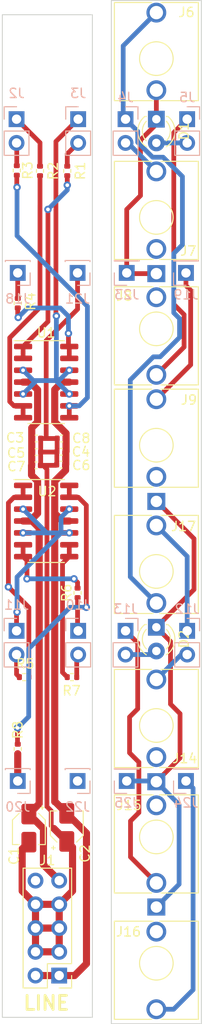
<source format=kicad_pcb>
(kicad_pcb (version 20171130) (host pcbnew "(5.1.6-0-10_14)")

  (general
    (thickness 1.6)
    (drawings 3)
    (tracks 288)
    (zones 0)
    (modules 45)
    (nets 28)
  )

  (page A4)
  (layers
    (0 F.Cu signal)
    (31 B.Cu signal)
    (32 B.Adhes user)
    (33 F.Adhes user)
    (34 B.Paste user)
    (35 F.Paste user)
    (36 B.SilkS user)
    (37 F.SilkS user)
    (38 B.Mask user)
    (39 F.Mask user)
    (40 Dwgs.User user)
    (41 Cmts.User user hide)
    (42 Eco1.User user)
    (43 Eco2.User user)
    (44 Edge.Cuts user)
    (45 Margin user)
    (46 B.CrtYd user)
    (47 F.CrtYd user)
    (48 B.Fab user hide)
    (49 F.Fab user hide)
  )

  (setup
    (last_trace_width 0.508)
    (user_trace_width 0.508)
    (user_trace_width 0.762)
    (trace_clearance 0.2)
    (zone_clearance 0.508)
    (zone_45_only no)
    (trace_min 0.2)
    (via_size 0.8)
    (via_drill 0.4)
    (via_min_size 0.5)
    (via_min_drill 0.3)
    (uvia_size 0.3)
    (uvia_drill 0.1)
    (uvias_allowed no)
    (uvia_min_size 0.2)
    (uvia_min_drill 0.1)
    (edge_width 0.05)
    (segment_width 0.2)
    (pcb_text_width 0.3)
    (pcb_text_size 1.5 1.5)
    (mod_edge_width 0.12)
    (mod_text_size 1 1)
    (mod_text_width 0.15)
    (pad_size 1.93 1.83)
    (pad_drill 1.22)
    (pad_to_mask_clearance 0.05)
    (solder_mask_min_width 0.05)
    (aux_axis_origin 0 0)
    (grid_origin 151.6126 -1.1938)
    (visible_elements FFFFF77F)
    (pcbplotparams
      (layerselection 0x010fc_ffffffff)
      (usegerberextensions false)
      (usegerberattributes true)
      (usegerberadvancedattributes true)
      (creategerberjobfile true)
      (excludeedgelayer true)
      (linewidth 0.100000)
      (plotframeref false)
      (viasonmask false)
      (mode 1)
      (useauxorigin false)
      (hpglpennumber 1)
      (hpglpenspeed 20)
      (hpglpendiameter 15.000000)
      (psnegative false)
      (psa4output false)
      (plotreference true)
      (plotvalue true)
      (plotinvisibletext false)
      (padsonsilk false)
      (subtractmaskfromsilk false)
      (outputformat 1)
      (mirror false)
      (drillshape 1)
      (scaleselection 1)
      (outputdirectory ""))
  )

  (net 0 "")
  (net 1 /IN_A)
  (net 2 GND)
  (net 3 /A)
  (net 4 /B)
  (net 5 /C)
  (net 6 /IN_B)
  (net 7 /E)
  (net 8 /F)
  (net 9 "Net-(J7-PadTN)")
  (net 10 /G)
  (net 11 "Net-(J8-PadTN)")
  (net 12 "Net-(R4-Pad2)")
  (net 13 /-12V)
  (net 14 "Net-(R3-Pad2)")
  (net 15 "Net-(R2-Pad2)")
  (net 16 /+12V)
  (net 17 "Net-(R1-Pad2)")
  (net 18 "Net-(R8-Pad2)")
  (net 19 "Net-(R7-Pad2)")
  (net 20 "Net-(R6-Pad2)")
  (net 21 "Net-(R5-Pad2)")
  (net 22 "Net-(J9-PadTN)")
  (net 23 "Net-(J14-PadTN)")
  (net 24 "Net-(J15-PadTN)")
  (net 25 "Net-(J16-PadTN)")
  (net 26 /D)
  (net 27 /H)

  (net_class Default "This is the default net class."
    (clearance 0.2)
    (trace_width 0.508)
    (via_dia 0.8)
    (via_drill 0.4)
    (uvia_dia 0.3)
    (uvia_drill 0.1)
    (add_net /+12V)
    (add_net /-12V)
    (add_net /A)
    (add_net /B)
    (add_net /C)
    (add_net /D)
    (add_net /E)
    (add_net /F)
    (add_net /G)
    (add_net /H)
    (add_net /IN_A)
    (add_net /IN_B)
    (add_net GND)
    (add_net "Net-(J14-PadTN)")
    (add_net "Net-(J15-PadTN)")
    (add_net "Net-(J16-PadTN)")
    (add_net "Net-(J7-PadTN)")
    (add_net "Net-(J8-PadTN)")
    (add_net "Net-(J9-PadTN)")
    (add_net "Net-(R1-Pad2)")
    (add_net "Net-(R2-Pad2)")
    (add_net "Net-(R3-Pad2)")
    (add_net "Net-(R4-Pad2)")
    (add_net "Net-(R5-Pad2)")
    (add_net "Net-(R6-Pad2)")
    (add_net "Net-(R7-Pad2)")
    (add_net "Net-(R8-Pad2)")
  )

  (module Connector_Audio:RAF__Jack_3.5mm_QingPu_WQP-PJ398SM_Vertical_CircularHoles (layer F.Cu) (tedit 60283A20) (tstamp 602A6375)
    (at 152.146 123.698)
    (descr "TRS 3.5mm, vertical, Thonkiconn, PCB mount, (http://www.qingpu-electronics.com/en/products/WQP-PJ398SM-362.html)")
    (tags "WQP-PJ398SM WQP-PJ301M-12 TRS 3.5mm mono vertical jack thonkiconn qingpu")
    (path /60681D7F)
    (fp_text reference J16 (at -2.9845 3.1115 180) (layer F.SilkS)
      (effects (font (size 1 1) (thickness 0.15)))
    )
    (fp_text value Thonkiconn (at 0 5 180) (layer F.Fab)
      (effects (font (size 1 1) (thickness 0.15)))
    )
    (fp_line (start -4.5 12.48) (end -4.5 2.08) (layer F.Fab) (width 0.1))
    (fp_line (start -4.5 1.98) (end -4.5 12.48) (layer F.SilkS) (width 0.12))
    (fp_line (start 4.5 1.98) (end 4.5 12.48) (layer F.SilkS) (width 0.12))
    (fp_circle (center 0 6.48) (end 1.5 6.48) (layer Dwgs.User) (width 0.12))
    (fp_line (start 0.09 7.96) (end 1.48 6.57) (layer Dwgs.User) (width 0.12))
    (fp_line (start -0.58 7.83) (end 1.36 5.89) (layer Dwgs.User) (width 0.12))
    (fp_line (start -1.07 7.49) (end 1.01 5.41) (layer Dwgs.User) (width 0.12))
    (fp_line (start -1.42 6.875) (end 0.4 5.06) (layer Dwgs.User) (width 0.12))
    (fp_line (start -1.41 6.02) (end -0.46 5.07) (layer Dwgs.User) (width 0.12))
    (fp_line (start 4.5 12.48) (end 0.5 12.48) (layer F.SilkS) (width 0.12))
    (fp_line (start -0.5 12.48) (end -4.5 12.48) (layer F.SilkS) (width 0.12))
    (fp_line (start 4.5 1.98) (end 0.35 1.98) (layer F.SilkS) (width 0.12))
    (fp_line (start -0.35 1.98) (end -4.5 1.98) (layer F.SilkS) (width 0.12))
    (fp_circle (center 0 6.48) (end 1.8 6.48) (layer F.SilkS) (width 0.12))
    (fp_line (start 4.5 12.48) (end 4.5 2.08) (layer F.Fab) (width 0.1))
    (fp_line (start 4.5 12.48) (end -4.5 12.48) (layer F.Fab) (width 0.1))
    (fp_line (start 4.5 2.03) (end -4.5 2.03) (layer F.Fab) (width 0.1))
    (fp_circle (center 0 6.48) (end 1.8 6.48) (layer F.Fab) (width 0.1))
    (fp_line (start 0 0) (end 0 2.03) (layer F.Fab) (width 0.1))
    (fp_text user KEEPOUT (at 0 6.48) (layer Cmts.User)
      (effects (font (size 0.4 0.4) (thickness 0.051)))
    )
    (fp_text user %R (at 0 8 180) (layer F.Fab)
      (effects (font (size 1 1) (thickness 0.15)))
    )
    (pad TN thru_hole circle (at 0 3.1 180) (size 2.13 2.13) (drill 1.42) (layers *.Cu *.Mask)
      (net 25 "Net-(J16-PadTN)"))
    (pad S thru_hole rect (at 0 0.4655 180) (size 1.93 1.83) (drill 1.22) (layers *.Cu *.Mask)
      (net 2 GND))
    (pad T thru_hole circle (at 0 11.4 180) (size 2.13 2.13) (drill 1.43) (layers *.Cu *.Mask)
      (net 10 /G))
    (model ${KISYS3DMOD}/Connector_Audio.3dshapes/Jack_3.5mm_QingPu_WQP-PJ398SM_Vertical.wrl
      (at (xyz 0 0 0))
      (scale (xyz 1 1 1))
      (rotate (xyz 0 0 0))
    )
  )

  (module Connector_Audio:RAF__Jack_3.5mm_QingPu_WQP-PJ398SM_Vertical_CircularHoles (layer F.Cu) (tedit 60283A20) (tstamp 602A63C6)
    (at 152.146 111.222 180)
    (descr "TRS 3.5mm, vertical, Thonkiconn, PCB mount, (http://www.qingpu-electronics.com/en/products/WQP-PJ398SM-362.html)")
    (tags "WQP-PJ398SM WQP-PJ301M-12 TRS 3.5mm mono vertical jack thonkiconn qingpu")
    (path /60681D85)
    (fp_text reference J14 (at -3.048 2.9545 180) (layer F.SilkS)
      (effects (font (size 1 1) (thickness 0.15)))
    )
    (fp_text value Thonkiconn (at 0 5 180) (layer F.Fab)
      (effects (font (size 1 1) (thickness 0.15)))
    )
    (fp_line (start -4.5 12.48) (end -4.5 2.08) (layer F.Fab) (width 0.1))
    (fp_line (start -4.5 1.98) (end -4.5 12.48) (layer F.SilkS) (width 0.12))
    (fp_line (start 4.5 1.98) (end 4.5 12.48) (layer F.SilkS) (width 0.12))
    (fp_circle (center 0 6.48) (end 1.5 6.48) (layer Dwgs.User) (width 0.12))
    (fp_line (start 0.09 7.96) (end 1.48 6.57) (layer Dwgs.User) (width 0.12))
    (fp_line (start -0.58 7.83) (end 1.36 5.89) (layer Dwgs.User) (width 0.12))
    (fp_line (start -1.07 7.49) (end 1.01 5.41) (layer Dwgs.User) (width 0.12))
    (fp_line (start -1.42 6.875) (end 0.4 5.06) (layer Dwgs.User) (width 0.12))
    (fp_line (start -1.41 6.02) (end -0.46 5.07) (layer Dwgs.User) (width 0.12))
    (fp_line (start 4.5 12.48) (end 0.5 12.48) (layer F.SilkS) (width 0.12))
    (fp_line (start -0.5 12.48) (end -4.5 12.48) (layer F.SilkS) (width 0.12))
    (fp_line (start 4.5 1.98) (end 0.35 1.98) (layer F.SilkS) (width 0.12))
    (fp_line (start -0.35 1.98) (end -4.5 1.98) (layer F.SilkS) (width 0.12))
    (fp_circle (center 0 6.48) (end 1.8 6.48) (layer F.SilkS) (width 0.12))
    (fp_line (start 4.5 12.48) (end 4.5 2.08) (layer F.Fab) (width 0.1))
    (fp_line (start 4.5 12.48) (end -4.5 12.48) (layer F.Fab) (width 0.1))
    (fp_line (start 4.5 2.03) (end -4.5 2.03) (layer F.Fab) (width 0.1))
    (fp_circle (center 0 6.48) (end 1.8 6.48) (layer F.Fab) (width 0.1))
    (fp_line (start 0 0) (end 0 2.03) (layer F.Fab) (width 0.1))
    (fp_text user KEEPOUT (at 0 6.48) (layer Cmts.User)
      (effects (font (size 0.4 0.4) (thickness 0.051)))
    )
    (fp_text user %R (at 0 8 180) (layer F.Fab)
      (effects (font (size 1 1) (thickness 0.15)))
    )
    (pad TN thru_hole circle (at 0 3.1) (size 2.13 2.13) (drill 1.42) (layers *.Cu *.Mask)
      (net 23 "Net-(J14-PadTN)"))
    (pad S thru_hole rect (at 0 0.4655) (size 1.93 1.83) (drill 1.22) (layers *.Cu *.Mask)
      (net 2 GND))
    (pad T thru_hole circle (at 0 11.4) (size 2.13 2.13) (drill 1.43) (layers *.Cu *.Mask)
      (net 7 /E))
    (model ${KISYS3DMOD}/Connector_Audio.3dshapes/Jack_3.5mm_QingPu_WQP-PJ398SM_Vertical.wrl
      (at (xyz 0 0 0))
      (scale (xyz 1 1 1))
      (rotate (xyz 0 0 0))
    )
  )

  (module Connector_Audio:RAF__Jack_3.5mm_QingPu_WQP-PJ398SM_Vertical_CircularHoles (layer F.Cu) (tedit 60283A20) (tstamp 602A77DC)
    (at 152.146 56.866 180)
    (descr "TRS 3.5mm, vertical, Thonkiconn, PCB mount, (http://www.qingpu-electronics.com/en/products/WQP-PJ398SM-362.html)")
    (tags "WQP-PJ398SM WQP-PJ301M-12 TRS 3.5mm mono vertical jack thonkiconn qingpu")
    (path /60283EFA)
    (fp_text reference J7 (at -3.429 2.891 180) (layer F.SilkS)
      (effects (font (size 1 1) (thickness 0.15)))
    )
    (fp_text value Thonkiconn (at 0 5 180) (layer F.Fab)
      (effects (font (size 1 1) (thickness 0.15)))
    )
    (fp_line (start -4.5 12.48) (end -4.5 2.08) (layer F.Fab) (width 0.1))
    (fp_line (start -4.5 1.98) (end -4.5 12.48) (layer F.SilkS) (width 0.12))
    (fp_line (start 4.5 1.98) (end 4.5 12.48) (layer F.SilkS) (width 0.12))
    (fp_circle (center 0 6.48) (end 1.5 6.48) (layer Dwgs.User) (width 0.12))
    (fp_line (start 0.09 7.96) (end 1.48 6.57) (layer Dwgs.User) (width 0.12))
    (fp_line (start -0.58 7.83) (end 1.36 5.89) (layer Dwgs.User) (width 0.12))
    (fp_line (start -1.07 7.49) (end 1.01 5.41) (layer Dwgs.User) (width 0.12))
    (fp_line (start -1.42 6.875) (end 0.4 5.06) (layer Dwgs.User) (width 0.12))
    (fp_line (start -1.41 6.02) (end -0.46 5.07) (layer Dwgs.User) (width 0.12))
    (fp_line (start 4.5 12.48) (end 0.5 12.48) (layer F.SilkS) (width 0.12))
    (fp_line (start -0.5 12.48) (end -4.5 12.48) (layer F.SilkS) (width 0.12))
    (fp_line (start 4.5 1.98) (end 0.35 1.98) (layer F.SilkS) (width 0.12))
    (fp_line (start -0.35 1.98) (end -4.5 1.98) (layer F.SilkS) (width 0.12))
    (fp_circle (center 0 6.48) (end 1.8 6.48) (layer F.SilkS) (width 0.12))
    (fp_line (start 4.5 12.48) (end 4.5 2.08) (layer F.Fab) (width 0.1))
    (fp_line (start 4.5 12.48) (end -4.5 12.48) (layer F.Fab) (width 0.1))
    (fp_line (start 4.5 2.03) (end -4.5 2.03) (layer F.Fab) (width 0.1))
    (fp_circle (center 0 6.48) (end 1.8 6.48) (layer F.Fab) (width 0.1))
    (fp_line (start 0 0) (end 0 2.03) (layer F.Fab) (width 0.1))
    (fp_text user KEEPOUT (at 0 6.48) (layer Cmts.User)
      (effects (font (size 0.4 0.4) (thickness 0.051)))
    )
    (fp_text user %R (at 0 8 180) (layer F.Fab)
      (effects (font (size 1 1) (thickness 0.15)))
    )
    (pad TN thru_hole circle (at 0 3.1) (size 2.13 2.13) (drill 1.42) (layers *.Cu *.Mask)
      (net 9 "Net-(J7-PadTN)"))
    (pad S thru_hole rect (at 0 0.4655) (size 1.93 1.83) (drill 1.22) (layers *.Cu *.Mask)
      (net 2 GND))
    (pad T thru_hole circle (at 0 11.4) (size 2.13 2.13) (drill 1.43) (layers *.Cu *.Mask)
      (net 3 /A))
    (model ${KISYS3DMOD}/Connector_Audio.3dshapes/Jack_3.5mm_QingPu_WQP-PJ398SM_Vertical.wrl
      (at (xyz 0 0 0))
      (scale (xyz 1 1 1))
      (rotate (xyz 0 0 0))
    )
  )

  (module Connector_Audio:RAF__NOGND__Jack_3.5mm_QingPu_WQP-PJ398SM_Vertical_CircularHoles (layer F.Cu) (tedit 602844F5) (tstamp 6029DEAE)
    (at 152.146 55.828)
    (descr "TRS 3.5mm, vertical, Thonkiconn, PCB mount, (http://www.qingpu-electronics.com/en/products/WQP-PJ398SM-362.html)")
    (tags "WQP-PJ398SM WQP-PJ301M-12 TRS 3.5mm mono vertical jack thonkiconn qingpu")
    (path /60285946)
    (fp_text reference J8 (at -3.429 2.973 180) (layer F.SilkS)
      (effects (font (size 1 1) (thickness 0.15)))
    )
    (fp_text value Thonkiconn (at 0 5 180) (layer F.Fab)
      (effects (font (size 1 1) (thickness 0.15)))
    )
    (fp_circle (center 0 6.48) (end 1.8 6.48) (layer F.Fab) (width 0.1))
    (fp_line (start 4.5 2.03) (end -4.5 2.03) (layer F.Fab) (width 0.1))
    (fp_line (start 4.5 12.48) (end -4.5 12.48) (layer F.Fab) (width 0.1))
    (fp_line (start 4.5 12.48) (end 4.5 2.08) (layer F.Fab) (width 0.1))
    (fp_circle (center 0 6.48) (end 1.8 6.48) (layer F.SilkS) (width 0.12))
    (fp_line (start -0.35 1.98) (end -4.5 1.98) (layer F.SilkS) (width 0.12))
    (fp_line (start 4.5 1.98) (end 0.35 1.98) (layer F.SilkS) (width 0.12))
    (fp_line (start -0.5 12.48) (end -4.5 12.48) (layer F.SilkS) (width 0.12))
    (fp_line (start 4.5 12.48) (end 0.5 12.48) (layer F.SilkS) (width 0.12))
    (fp_line (start -1.41 6.02) (end -0.46 5.07) (layer Dwgs.User) (width 0.12))
    (fp_line (start -1.42 6.875) (end 0.4 5.06) (layer Dwgs.User) (width 0.12))
    (fp_line (start -1.07 7.49) (end 1.01 5.41) (layer Dwgs.User) (width 0.12))
    (fp_line (start -0.58 7.83) (end 1.36 5.89) (layer Dwgs.User) (width 0.12))
    (fp_line (start 0.09 7.96) (end 1.48 6.57) (layer Dwgs.User) (width 0.12))
    (fp_circle (center 0 6.48) (end 1.5 6.48) (layer Dwgs.User) (width 0.12))
    (fp_line (start 4.5 1.98) (end 4.5 12.48) (layer F.SilkS) (width 0.12))
    (fp_line (start -4.5 1.98) (end -4.5 12.48) (layer F.SilkS) (width 0.12))
    (fp_line (start -4.5 12.48) (end -4.5 2.08) (layer F.Fab) (width 0.1))
    (fp_text user KEEPOUT (at 0 6.48) (layer Cmts.User)
      (effects (font (size 0.4 0.4) (thickness 0.051)))
    )
    (fp_text user %R (at 0 8 180) (layer F.Fab)
      (effects (font (size 1 1) (thickness 0.15)))
    )
    (pad TN thru_hole circle (at 0 3.1 180) (size 2.13 2.13) (drill 1.42) (layers *.Cu *.Mask)
      (net 11 "Net-(J8-PadTN)"))
    (pad T thru_hole circle (at 0 11.4 180) (size 2.13 2.13) (drill 1.43) (layers *.Cu *.Mask)
      (net 4 /B))
    (model ${KISYS3DMOD}/Connector_Audio.3dshapes/Jack_3.5mm_QingPu_WQP-PJ398SM_Vertical.wrl
      (at (xyz 0 0 0))
      (scale (xyz 1 1 1))
      (rotate (xyz 0 0 0))
    )
  )

  (module Connector_PinHeader_2.54mm:PinHeader_2x05_P2.54mm_Vertical (layer F.Cu) (tedit 59FED5CC) (tstamp 602DDCC7)
    (at 141.732 131.4958 180)
    (descr "Through hole straight pin header, 2x05, 2.54mm pitch, double rows")
    (tags "Through hole pin header THT 2x05 2.54mm double row")
    (path /60302441)
    (fp_text reference J1 (at 1.27 12.319) (layer F.SilkS)
      (effects (font (size 1 1) (thickness 0.15)))
    )
    (fp_text value Conn_02x05_Odd_Even (at 1.27 12.49) (layer F.Fab)
      (effects (font (size 1 1) (thickness 0.15)))
    )
    (fp_line (start 4.35 -1.8) (end -1.8 -1.8) (layer F.CrtYd) (width 0.05))
    (fp_line (start 4.35 11.95) (end 4.35 -1.8) (layer F.CrtYd) (width 0.05))
    (fp_line (start -1.8 11.95) (end 4.35 11.95) (layer F.CrtYd) (width 0.05))
    (fp_line (start -1.8 -1.8) (end -1.8 11.95) (layer F.CrtYd) (width 0.05))
    (fp_line (start -1.33 -1.33) (end 0 -1.33) (layer F.SilkS) (width 0.12))
    (fp_line (start -1.33 0) (end -1.33 -1.33) (layer F.SilkS) (width 0.12))
    (fp_line (start 1.27 -1.33) (end 3.87 -1.33) (layer F.SilkS) (width 0.12))
    (fp_line (start 1.27 1.27) (end 1.27 -1.33) (layer F.SilkS) (width 0.12))
    (fp_line (start -1.33 1.27) (end 1.27 1.27) (layer F.SilkS) (width 0.12))
    (fp_line (start 3.87 -1.33) (end 3.87 11.49) (layer F.SilkS) (width 0.12))
    (fp_line (start -1.33 1.27) (end -1.33 11.49) (layer F.SilkS) (width 0.12))
    (fp_line (start -1.33 11.49) (end 3.87 11.49) (layer F.SilkS) (width 0.12))
    (fp_line (start -1.27 0) (end 0 -1.27) (layer F.Fab) (width 0.1))
    (fp_line (start -1.27 11.43) (end -1.27 0) (layer F.Fab) (width 0.1))
    (fp_line (start 3.81 11.43) (end -1.27 11.43) (layer F.Fab) (width 0.1))
    (fp_line (start 3.81 -1.27) (end 3.81 11.43) (layer F.Fab) (width 0.1))
    (fp_line (start 0 -1.27) (end 3.81 -1.27) (layer F.Fab) (width 0.1))
    (fp_text user %R (at 1.27 5.08 90) (layer F.Fab)
      (effects (font (size 1 1) (thickness 0.15)))
    )
    (pad 10 thru_hole oval (at 2.54 10.16 180) (size 1.7 1.7) (drill 1) (layers *.Cu *.Mask)
      (net 16 /+12V))
    (pad 9 thru_hole oval (at 0 10.16 180) (size 1.7 1.7) (drill 1) (layers *.Cu *.Mask)
      (net 16 /+12V))
    (pad 8 thru_hole oval (at 2.54 7.62 180) (size 1.7 1.7) (drill 1) (layers *.Cu *.Mask)
      (net 2 GND))
    (pad 7 thru_hole oval (at 0 7.62 180) (size 1.7 1.7) (drill 1) (layers *.Cu *.Mask)
      (net 2 GND))
    (pad 6 thru_hole oval (at 2.54 5.08 180) (size 1.7 1.7) (drill 1) (layers *.Cu *.Mask)
      (net 2 GND))
    (pad 5 thru_hole oval (at 0 5.08 180) (size 1.7 1.7) (drill 1) (layers *.Cu *.Mask)
      (net 2 GND))
    (pad 4 thru_hole oval (at 2.54 2.54 180) (size 1.7 1.7) (drill 1) (layers *.Cu *.Mask)
      (net 2 GND))
    (pad 3 thru_hole oval (at 0 2.54 180) (size 1.7 1.7) (drill 1) (layers *.Cu *.Mask)
      (net 2 GND))
    (pad 2 thru_hole oval (at 2.54 0 180) (size 1.7 1.7) (drill 1) (layers *.Cu *.Mask)
      (net 13 /-12V))
    (pad 1 thru_hole rect (at 0 0 180) (size 1.7 1.7) (drill 1) (layers *.Cu *.Mask)
      (net 13 /-12V))
    (model ${KISYS3DMOD}/Connector_PinHeader_2.54mm.3dshapes/PinHeader_2x05_P2.54mm_Vertical.wrl
      (at (xyz 0 0 0))
      (scale (xyz 1 1 1))
      (rotate (xyz 0 0 0))
    )
  )

  (module Connector_PinHeader_2.54mm:PinHeader_1x02_P2.54mm_Vertical (layer B.Cu) (tedit 59FED5CC) (tstamp 602B754C)
    (at 148.844 94.615 180)
    (descr "Through hole straight pin header, 1x02, 2.54mm pitch, single row")
    (tags "Through hole pin header THT 1x02 2.54mm single row")
    (path /602C113E)
    (fp_text reference J13 (at 0 2.33) (layer B.SilkS)
      (effects (font (size 1 1) (thickness 0.15)) (justify mirror))
    )
    (fp_text value Conn_01x02_Male (at 0 -4.87) (layer B.Fab)
      (effects (font (size 1 1) (thickness 0.15)) (justify mirror))
    )
    (fp_line (start 1.8 1.8) (end -1.8 1.8) (layer B.CrtYd) (width 0.05))
    (fp_line (start 1.8 -4.35) (end 1.8 1.8) (layer B.CrtYd) (width 0.05))
    (fp_line (start -1.8 -4.35) (end 1.8 -4.35) (layer B.CrtYd) (width 0.05))
    (fp_line (start -1.8 1.8) (end -1.8 -4.35) (layer B.CrtYd) (width 0.05))
    (fp_line (start -1.33 1.33) (end 0 1.33) (layer B.SilkS) (width 0.12))
    (fp_line (start -1.33 0) (end -1.33 1.33) (layer B.SilkS) (width 0.12))
    (fp_line (start -1.33 -1.27) (end 1.33 -1.27) (layer B.SilkS) (width 0.12))
    (fp_line (start 1.33 -1.27) (end 1.33 -3.87) (layer B.SilkS) (width 0.12))
    (fp_line (start -1.33 -1.27) (end -1.33 -3.87) (layer B.SilkS) (width 0.12))
    (fp_line (start -1.33 -3.87) (end 1.33 -3.87) (layer B.SilkS) (width 0.12))
    (fp_line (start -1.27 0.635) (end -0.635 1.27) (layer B.Fab) (width 0.1))
    (fp_line (start -1.27 -3.81) (end -1.27 0.635) (layer B.Fab) (width 0.1))
    (fp_line (start 1.27 -3.81) (end -1.27 -3.81) (layer B.Fab) (width 0.1))
    (fp_line (start 1.27 1.27) (end 1.27 -3.81) (layer B.Fab) (width 0.1))
    (fp_line (start -0.635 1.27) (end 1.27 1.27) (layer B.Fab) (width 0.1))
    (fp_text user %R (at 0 -1.27 270) (layer B.Fab)
      (effects (font (size 1 1) (thickness 0.15)) (justify mirror))
    )
    (pad 2 thru_hole oval (at 0 -2.54 180) (size 1.7 1.7) (drill 1) (layers *.Cu *.Mask)
      (net 27 /H))
    (pad 1 thru_hole rect (at 0 0 180) (size 1.7 1.7) (drill 1) (layers *.Cu *.Mask)
      (net 8 /F))
    (model ${KISYS3DMOD}/Connector_PinHeader_2.54mm.3dshapes/PinHeader_1x02_P2.54mm_Vertical.wrl
      (at (xyz 0 0 0))
      (scale (xyz 1 1 1))
      (rotate (xyz 0 0 0))
    )
  )

  (module Connector_PinHeader_2.54mm:PinHeader_1x02_P2.54mm_Vertical (layer B.Cu) (tedit 59FED5CC) (tstamp 602B4FB9)
    (at 155.448 94.615 180)
    (descr "Through hole straight pin header, 1x02, 2.54mm pitch, single row")
    (tags "Through hole pin header THT 1x02 2.54mm single row")
    (path /602BC1E0)
    (fp_text reference J12 (at 0 2.33) (layer B.SilkS)
      (effects (font (size 1 1) (thickness 0.15)) (justify mirror))
    )
    (fp_text value Conn_01x02_Male (at 0 -4.87) (layer B.Fab)
      (effects (font (size 1 1) (thickness 0.15)) (justify mirror))
    )
    (fp_line (start 1.8 1.8) (end -1.8 1.8) (layer B.CrtYd) (width 0.05))
    (fp_line (start 1.8 -4.35) (end 1.8 1.8) (layer B.CrtYd) (width 0.05))
    (fp_line (start -1.8 -4.35) (end 1.8 -4.35) (layer B.CrtYd) (width 0.05))
    (fp_line (start -1.8 1.8) (end -1.8 -4.35) (layer B.CrtYd) (width 0.05))
    (fp_line (start -1.33 1.33) (end 0 1.33) (layer B.SilkS) (width 0.12))
    (fp_line (start -1.33 0) (end -1.33 1.33) (layer B.SilkS) (width 0.12))
    (fp_line (start -1.33 -1.27) (end 1.33 -1.27) (layer B.SilkS) (width 0.12))
    (fp_line (start 1.33 -1.27) (end 1.33 -3.87) (layer B.SilkS) (width 0.12))
    (fp_line (start -1.33 -1.27) (end -1.33 -3.87) (layer B.SilkS) (width 0.12))
    (fp_line (start -1.33 -3.87) (end 1.33 -3.87) (layer B.SilkS) (width 0.12))
    (fp_line (start -1.27 0.635) (end -0.635 1.27) (layer B.Fab) (width 0.1))
    (fp_line (start -1.27 -3.81) (end -1.27 0.635) (layer B.Fab) (width 0.1))
    (fp_line (start 1.27 -3.81) (end -1.27 -3.81) (layer B.Fab) (width 0.1))
    (fp_line (start 1.27 1.27) (end 1.27 -3.81) (layer B.Fab) (width 0.1))
    (fp_line (start -0.635 1.27) (end 1.27 1.27) (layer B.Fab) (width 0.1))
    (fp_text user %R (at 0 -1.27 270) (layer B.Fab)
      (effects (font (size 1 1) (thickness 0.15)) (justify mirror))
    )
    (pad 2 thru_hole oval (at 0 -2.54 180) (size 1.7 1.7) (drill 1) (layers *.Cu *.Mask)
      (net 7 /E))
    (pad 1 thru_hole rect (at 0 0 180) (size 1.7 1.7) (drill 1) (layers *.Cu *.Mask)
      (net 6 /IN_B))
    (model ${KISYS3DMOD}/Connector_PinHeader_2.54mm.3dshapes/PinHeader_1x02_P2.54mm_Vertical.wrl
      (at (xyz 0 0 0))
      (scale (xyz 1 1 1))
      (rotate (xyz 0 0 0))
    )
  )

  (module Connector_PinHeader_2.54mm:PinHeader_1x02_P2.54mm_Vertical (layer B.Cu) (tedit 59FED5CC) (tstamp 602A50A2)
    (at 155.448 39.878 180)
    (descr "Through hole straight pin header, 1x02, 2.54mm pitch, single row")
    (tags "Through hole pin header THT 1x02 2.54mm single row")
    (path /6045F2DB)
    (fp_text reference J5 (at 0 2.33) (layer B.SilkS)
      (effects (font (size 1 1) (thickness 0.15)) (justify mirror))
    )
    (fp_text value Conn_01x02_Male (at 0 -4.87) (layer B.Fab)
      (effects (font (size 1 1) (thickness 0.15)) (justify mirror))
    )
    (fp_line (start 1.8 1.8) (end -1.8 1.8) (layer B.CrtYd) (width 0.05))
    (fp_line (start 1.8 -4.35) (end 1.8 1.8) (layer B.CrtYd) (width 0.05))
    (fp_line (start -1.8 -4.35) (end 1.8 -4.35) (layer B.CrtYd) (width 0.05))
    (fp_line (start -1.8 1.8) (end -1.8 -4.35) (layer B.CrtYd) (width 0.05))
    (fp_line (start -1.33 1.33) (end 0 1.33) (layer B.SilkS) (width 0.12))
    (fp_line (start -1.33 0) (end -1.33 1.33) (layer B.SilkS) (width 0.12))
    (fp_line (start -1.33 -1.27) (end 1.33 -1.27) (layer B.SilkS) (width 0.12))
    (fp_line (start 1.33 -1.27) (end 1.33 -3.87) (layer B.SilkS) (width 0.12))
    (fp_line (start -1.33 -1.27) (end -1.33 -3.87) (layer B.SilkS) (width 0.12))
    (fp_line (start -1.33 -3.87) (end 1.33 -3.87) (layer B.SilkS) (width 0.12))
    (fp_line (start -1.27 0.635) (end -0.635 1.27) (layer B.Fab) (width 0.1))
    (fp_line (start -1.27 -3.81) (end -1.27 0.635) (layer B.Fab) (width 0.1))
    (fp_line (start 1.27 -3.81) (end -1.27 -3.81) (layer B.Fab) (width 0.1))
    (fp_line (start 1.27 1.27) (end 1.27 -3.81) (layer B.Fab) (width 0.1))
    (fp_line (start -0.635 1.27) (end 1.27 1.27) (layer B.Fab) (width 0.1))
    (fp_text user %R (at 0 -1.27 270) (layer B.Fab)
      (effects (font (size 1 1) (thickness 0.15)) (justify mirror))
    )
    (pad 2 thru_hole oval (at 0 -2.54 180) (size 1.7 1.7) (drill 1) (layers *.Cu *.Mask)
      (net 5 /C))
    (pad 1 thru_hole rect (at 0 0 180) (size 1.7 1.7) (drill 1) (layers *.Cu *.Mask)
      (net 4 /B))
    (model ${KISYS3DMOD}/Connector_PinHeader_2.54mm.3dshapes/PinHeader_1x02_P2.54mm_Vertical.wrl
      (at (xyz 0 0 0))
      (scale (xyz 1 1 1))
      (rotate (xyz 0 0 0))
    )
  )

  (module Connector_PinHeader_2.54mm:PinHeader_1x02_P2.54mm_Vertical (layer B.Cu) (tedit 59FED5CC) (tstamp 602A33EF)
    (at 148.844 39.878 180)
    (descr "Through hole straight pin header, 1x02, 2.54mm pitch, single row")
    (tags "Through hole pin header THT 1x02 2.54mm single row")
    (path /6045C328)
    (fp_text reference J4 (at 0 2.33) (layer B.SilkS)
      (effects (font (size 1 1) (thickness 0.15)) (justify mirror))
    )
    (fp_text value Conn_01x02_Male (at 0 -4.87) (layer B.Fab)
      (effects (font (size 1 1) (thickness 0.15)) (justify mirror))
    )
    (fp_line (start 1.8 1.8) (end -1.8 1.8) (layer B.CrtYd) (width 0.05))
    (fp_line (start 1.8 -4.35) (end 1.8 1.8) (layer B.CrtYd) (width 0.05))
    (fp_line (start -1.8 -4.35) (end 1.8 -4.35) (layer B.CrtYd) (width 0.05))
    (fp_line (start -1.8 1.8) (end -1.8 -4.35) (layer B.CrtYd) (width 0.05))
    (fp_line (start -1.33 1.33) (end 0 1.33) (layer B.SilkS) (width 0.12))
    (fp_line (start -1.33 0) (end -1.33 1.33) (layer B.SilkS) (width 0.12))
    (fp_line (start -1.33 -1.27) (end 1.33 -1.27) (layer B.SilkS) (width 0.12))
    (fp_line (start 1.33 -1.27) (end 1.33 -3.87) (layer B.SilkS) (width 0.12))
    (fp_line (start -1.33 -1.27) (end -1.33 -3.87) (layer B.SilkS) (width 0.12))
    (fp_line (start -1.33 -3.87) (end 1.33 -3.87) (layer B.SilkS) (width 0.12))
    (fp_line (start -1.27 0.635) (end -0.635 1.27) (layer B.Fab) (width 0.1))
    (fp_line (start -1.27 -3.81) (end -1.27 0.635) (layer B.Fab) (width 0.1))
    (fp_line (start 1.27 -3.81) (end -1.27 -3.81) (layer B.Fab) (width 0.1))
    (fp_line (start 1.27 1.27) (end 1.27 -3.81) (layer B.Fab) (width 0.1))
    (fp_line (start -0.635 1.27) (end 1.27 1.27) (layer B.Fab) (width 0.1))
    (fp_text user %R (at 0 -1.27 270) (layer B.Fab)
      (effects (font (size 1 1) (thickness 0.15)) (justify mirror))
    )
    (pad 2 thru_hole oval (at 0 -2.54 180) (size 1.7 1.7) (drill 1) (layers *.Cu *.Mask)
      (net 3 /A))
    (pad 1 thru_hole rect (at 0 0 180) (size 1.7 1.7) (drill 1) (layers *.Cu *.Mask)
      (net 1 /IN_A))
    (model ${KISYS3DMOD}/Connector_PinHeader_2.54mm.3dshapes/PinHeader_1x02_P2.54mm_Vertical.wrl
      (at (xyz 0 0 0))
      (scale (xyz 1 1 1))
      (rotate (xyz 0 0 0))
    )
  )

  (module Connector_PinHeader_2.54mm:PinHeader_1x01_P2.54mm_Vertical (layer B.Cu) (tedit 59FED5CC) (tstamp 602BE859)
    (at 155.321 110.6805)
    (descr "Through hole straight pin header, 1x01, 2.54mm pitch, single row")
    (tags "Through hole pin header THT 1x01 2.54mm single row")
    (path /603078AA)
    (fp_text reference J24 (at 0 2.33) (layer B.SilkS)
      (effects (font (size 1 1) (thickness 0.15)) (justify mirror))
    )
    (fp_text value Conn_01x01_Male (at 0 -2.33) (layer B.Fab)
      (effects (font (size 1 1) (thickness 0.15)) (justify mirror))
    )
    (fp_line (start 1.8 1.8) (end -1.8 1.8) (layer B.CrtYd) (width 0.05))
    (fp_line (start 1.8 -1.8) (end 1.8 1.8) (layer B.CrtYd) (width 0.05))
    (fp_line (start -1.8 -1.8) (end 1.8 -1.8) (layer B.CrtYd) (width 0.05))
    (fp_line (start -1.8 1.8) (end -1.8 -1.8) (layer B.CrtYd) (width 0.05))
    (fp_line (start -1.33 1.33) (end 0 1.33) (layer B.SilkS) (width 0.12))
    (fp_line (start -1.33 0) (end -1.33 1.33) (layer B.SilkS) (width 0.12))
    (fp_line (start -1.33 -1.27) (end 1.33 -1.27) (layer B.SilkS) (width 0.12))
    (fp_line (start 1.33 -1.27) (end 1.33 -1.33) (layer B.SilkS) (width 0.12))
    (fp_line (start -1.33 -1.27) (end -1.33 -1.33) (layer B.SilkS) (width 0.12))
    (fp_line (start -1.33 -1.33) (end 1.33 -1.33) (layer B.SilkS) (width 0.12))
    (fp_line (start -1.27 0.635) (end -0.635 1.27) (layer B.Fab) (width 0.1))
    (fp_line (start -1.27 -1.27) (end -1.27 0.635) (layer B.Fab) (width 0.1))
    (fp_line (start 1.27 -1.27) (end -1.27 -1.27) (layer B.Fab) (width 0.1))
    (fp_line (start 1.27 1.27) (end 1.27 -1.27) (layer B.Fab) (width 0.1))
    (fp_line (start -0.635 1.27) (end 1.27 1.27) (layer B.Fab) (width 0.1))
    (fp_text user %R (at 0 0 -90) (layer B.Fab)
      (effects (font (size 1 1) (thickness 0.15)) (justify mirror))
    )
    (pad 1 thru_hole rect (at 0 0) (size 1.7 1.7) (drill 1) (layers *.Cu *.Mask)
      (net 10 /G))
    (model ${KISYS3DMOD}/Connector_PinHeader_2.54mm.3dshapes/PinHeader_1x01_P2.54mm_Vertical.wrl
      (at (xyz 0 0 0))
      (scale (xyz 1 1 1))
      (rotate (xyz 0 0 0))
    )
  )

  (module Connector_PinHeader_2.54mm:PinHeader_1x01_P2.54mm_Vertical (layer B.Cu) (tedit 59FED5CC) (tstamp 602BE7AA)
    (at 155.321 56.3245)
    (descr "Through hole straight pin header, 1x01, 2.54mm pitch, single row")
    (tags "Through hole pin header THT 1x01 2.54mm single row")
    (path /6030426C)
    (fp_text reference J19 (at 0 2.33) (layer B.SilkS)
      (effects (font (size 1 1) (thickness 0.15)) (justify mirror))
    )
    (fp_text value Conn_01x01_Male (at 0 -2.33) (layer B.Fab)
      (effects (font (size 1 1) (thickness 0.15)) (justify mirror))
    )
    (fp_line (start 1.8 1.8) (end -1.8 1.8) (layer B.CrtYd) (width 0.05))
    (fp_line (start 1.8 -1.8) (end 1.8 1.8) (layer B.CrtYd) (width 0.05))
    (fp_line (start -1.8 -1.8) (end 1.8 -1.8) (layer B.CrtYd) (width 0.05))
    (fp_line (start -1.8 1.8) (end -1.8 -1.8) (layer B.CrtYd) (width 0.05))
    (fp_line (start -1.33 1.33) (end 0 1.33) (layer B.SilkS) (width 0.12))
    (fp_line (start -1.33 0) (end -1.33 1.33) (layer B.SilkS) (width 0.12))
    (fp_line (start -1.33 -1.27) (end 1.33 -1.27) (layer B.SilkS) (width 0.12))
    (fp_line (start 1.33 -1.27) (end 1.33 -1.33) (layer B.SilkS) (width 0.12))
    (fp_line (start -1.33 -1.27) (end -1.33 -1.33) (layer B.SilkS) (width 0.12))
    (fp_line (start -1.33 -1.33) (end 1.33 -1.33) (layer B.SilkS) (width 0.12))
    (fp_line (start -1.27 0.635) (end -0.635 1.27) (layer B.Fab) (width 0.1))
    (fp_line (start -1.27 -1.27) (end -1.27 0.635) (layer B.Fab) (width 0.1))
    (fp_line (start 1.27 -1.27) (end -1.27 -1.27) (layer B.Fab) (width 0.1))
    (fp_line (start 1.27 1.27) (end 1.27 -1.27) (layer B.Fab) (width 0.1))
    (fp_line (start -0.635 1.27) (end 1.27 1.27) (layer B.Fab) (width 0.1))
    (fp_text user %R (at 0 0 -90) (layer B.Fab)
      (effects (font (size 1 1) (thickness 0.15)) (justify mirror))
    )
    (pad 1 thru_hole rect (at 0 0) (size 1.7 1.7) (drill 1) (layers *.Cu *.Mask)
      (net 26 /D))
    (model ${KISYS3DMOD}/Connector_PinHeader_2.54mm.3dshapes/PinHeader_1x01_P2.54mm_Vertical.wrl
      (at (xyz 0 0 0))
      (scale (xyz 1 1 1))
      (rotate (xyz 0 0 0))
    )
  )

  (module Connector_PinHeader_2.54mm:PinHeader_1x01_P2.54mm_Vertical (layer B.Cu) (tedit 59FED5CC) (tstamp 602BD60E)
    (at 148.971 110.6805)
    (descr "Through hole straight pin header, 1x01, 2.54mm pitch, single row")
    (tags "Through hole pin header THT 1x01 2.54mm single row")
    (path /6035625F)
    (fp_text reference J25 (at 0 2.33) (layer B.SilkS)
      (effects (font (size 1 1) (thickness 0.15)) (justify mirror))
    )
    (fp_text value Conn_01x01_Male (at 0 -2.33) (layer B.Fab)
      (effects (font (size 1 1) (thickness 0.15)) (justify mirror))
    )
    (fp_line (start 1.8 1.8) (end -1.8 1.8) (layer B.CrtYd) (width 0.05))
    (fp_line (start 1.8 -1.8) (end 1.8 1.8) (layer B.CrtYd) (width 0.05))
    (fp_line (start -1.8 -1.8) (end 1.8 -1.8) (layer B.CrtYd) (width 0.05))
    (fp_line (start -1.8 1.8) (end -1.8 -1.8) (layer B.CrtYd) (width 0.05))
    (fp_line (start -1.33 1.33) (end 0 1.33) (layer B.SilkS) (width 0.12))
    (fp_line (start -1.33 0) (end -1.33 1.33) (layer B.SilkS) (width 0.12))
    (fp_line (start -1.33 -1.27) (end 1.33 -1.27) (layer B.SilkS) (width 0.12))
    (fp_line (start 1.33 -1.27) (end 1.33 -1.33) (layer B.SilkS) (width 0.12))
    (fp_line (start -1.33 -1.27) (end -1.33 -1.33) (layer B.SilkS) (width 0.12))
    (fp_line (start -1.33 -1.33) (end 1.33 -1.33) (layer B.SilkS) (width 0.12))
    (fp_line (start -1.27 0.635) (end -0.635 1.27) (layer B.Fab) (width 0.1))
    (fp_line (start -1.27 -1.27) (end -1.27 0.635) (layer B.Fab) (width 0.1))
    (fp_line (start 1.27 -1.27) (end -1.27 -1.27) (layer B.Fab) (width 0.1))
    (fp_line (start 1.27 1.27) (end 1.27 -1.27) (layer B.Fab) (width 0.1))
    (fp_line (start -0.635 1.27) (end 1.27 1.27) (layer B.Fab) (width 0.1))
    (fp_text user %R (at 0 0 -90) (layer B.Fab)
      (effects (font (size 1 1) (thickness 0.15)) (justify mirror))
    )
    (pad 1 thru_hole rect (at 0 0) (size 1.7 1.7) (drill 1) (layers *.Cu *.Mask)
      (net 2 GND))
    (model ${KISYS3DMOD}/Connector_PinHeader_2.54mm.3dshapes/PinHeader_1x01_P2.54mm_Vertical.wrl
      (at (xyz 0 0 0))
      (scale (xyz 1 1 1))
      (rotate (xyz 0 0 0))
    )
  )

  (module Connector_PinHeader_2.54mm:PinHeader_1x01_P2.54mm_Vertical (layer B.Cu) (tedit 59FED5CC) (tstamp 602BD5F9)
    (at 148.971 56.3245)
    (descr "Through hole straight pin header, 1x01, 2.54mm pitch, single row")
    (tags "Through hole pin header THT 1x01 2.54mm single row")
    (path /60346FE7)
    (fp_text reference J23 (at 0 2.33) (layer B.SilkS)
      (effects (font (size 1 1) (thickness 0.15)) (justify mirror))
    )
    (fp_text value Conn_01x01_Male (at 0 -2.33) (layer B.Fab)
      (effects (font (size 1 1) (thickness 0.15)) (justify mirror))
    )
    (fp_line (start 1.8 1.8) (end -1.8 1.8) (layer B.CrtYd) (width 0.05))
    (fp_line (start 1.8 -1.8) (end 1.8 1.8) (layer B.CrtYd) (width 0.05))
    (fp_line (start -1.8 -1.8) (end 1.8 -1.8) (layer B.CrtYd) (width 0.05))
    (fp_line (start -1.8 1.8) (end -1.8 -1.8) (layer B.CrtYd) (width 0.05))
    (fp_line (start -1.33 1.33) (end 0 1.33) (layer B.SilkS) (width 0.12))
    (fp_line (start -1.33 0) (end -1.33 1.33) (layer B.SilkS) (width 0.12))
    (fp_line (start -1.33 -1.27) (end 1.33 -1.27) (layer B.SilkS) (width 0.12))
    (fp_line (start 1.33 -1.27) (end 1.33 -1.33) (layer B.SilkS) (width 0.12))
    (fp_line (start -1.33 -1.27) (end -1.33 -1.33) (layer B.SilkS) (width 0.12))
    (fp_line (start -1.33 -1.33) (end 1.33 -1.33) (layer B.SilkS) (width 0.12))
    (fp_line (start -1.27 0.635) (end -0.635 1.27) (layer B.Fab) (width 0.1))
    (fp_line (start -1.27 -1.27) (end -1.27 0.635) (layer B.Fab) (width 0.1))
    (fp_line (start 1.27 -1.27) (end -1.27 -1.27) (layer B.Fab) (width 0.1))
    (fp_line (start 1.27 1.27) (end 1.27 -1.27) (layer B.Fab) (width 0.1))
    (fp_line (start -0.635 1.27) (end 1.27 1.27) (layer B.Fab) (width 0.1))
    (fp_text user %R (at 0 0 -90) (layer B.Fab)
      (effects (font (size 1 1) (thickness 0.15)) (justify mirror))
    )
    (pad 1 thru_hole rect (at 0 0) (size 1.7 1.7) (drill 1) (layers *.Cu *.Mask)
      (net 2 GND))
    (model ${KISYS3DMOD}/Connector_PinHeader_2.54mm.3dshapes/PinHeader_1x01_P2.54mm_Vertical.wrl
      (at (xyz 0 0 0))
      (scale (xyz 1 1 1))
      (rotate (xyz 0 0 0))
    )
  )

  (module Connector_PinSocket_2.54mm:PinSocket_1x01_P2.54mm_Vertical (layer B.Cu) (tedit 5A19A434) (tstamp 602DC411)
    (at 143.7005 110.6805)
    (descr "Through hole straight socket strip, 1x01, 2.54mm pitch, single row (from Kicad 4.0.7), script generated")
    (tags "Through hole socket strip THT 1x01 2.54mm single row")
    (path /60308D84)
    (fp_text reference J22 (at 0 2.77) (layer B.SilkS)
      (effects (font (size 1 1) (thickness 0.15)) (justify mirror))
    )
    (fp_text value Conn_01x01_Female (at 0 -2.77) (layer B.Fab)
      (effects (font (size 1 1) (thickness 0.15)) (justify mirror))
    )
    (fp_line (start -1.8 -1.75) (end -1.8 1.8) (layer B.CrtYd) (width 0.05))
    (fp_line (start 1.75 -1.75) (end -1.8 -1.75) (layer B.CrtYd) (width 0.05))
    (fp_line (start 1.75 1.8) (end 1.75 -1.75) (layer B.CrtYd) (width 0.05))
    (fp_line (start -1.8 1.8) (end 1.75 1.8) (layer B.CrtYd) (width 0.05))
    (fp_line (start 0 1.33) (end 1.33 1.33) (layer B.SilkS) (width 0.12))
    (fp_line (start 1.33 1.33) (end 1.33 0) (layer B.SilkS) (width 0.12))
    (fp_line (start 1.33 -1.21) (end 1.33 -1.33) (layer B.SilkS) (width 0.12))
    (fp_line (start -1.33 -1.21) (end -1.33 -1.33) (layer B.SilkS) (width 0.12))
    (fp_line (start -1.33 -1.33) (end 1.33 -1.33) (layer B.SilkS) (width 0.12))
    (fp_line (start -1.27 -1.27) (end -1.27 1.27) (layer B.Fab) (width 0.1))
    (fp_line (start 1.27 -1.27) (end -1.27 -1.27) (layer B.Fab) (width 0.1))
    (fp_line (start 1.27 0.635) (end 1.27 -1.27) (layer B.Fab) (width 0.1))
    (fp_line (start 0.635 1.27) (end 1.27 0.635) (layer B.Fab) (width 0.1))
    (fp_line (start -1.27 1.27) (end 0.635 1.27) (layer B.Fab) (width 0.1))
    (fp_text user %R (at 0 0) (layer B.Fab)
      (effects (font (size 1 1) (thickness 0.15)) (justify mirror))
    )
    (pad 1 thru_hole rect (at 0 0) (size 1.7 1.7) (drill 1) (layers *.Cu *.Mask)
      (net 2 GND))
    (model ${KISYS3DMOD}/Connector_PinSocket_2.54mm.3dshapes/PinSocket_1x01_P2.54mm_Vertical.wrl
      (at (xyz 0 0 0))
      (scale (xyz 1 1 1))
      (rotate (xyz 0 0 0))
    )
  )

  (module Connector_PinSocket_2.54mm:PinSocket_1x01_P2.54mm_Vertical (layer B.Cu) (tedit 5A19A434) (tstamp 602DC3D8)
    (at 143.7005 56.3245)
    (descr "Through hole straight socket strip, 1x01, 2.54mm pitch, single row (from Kicad 4.0.7), script generated")
    (tags "Through hole socket strip THT 1x01 2.54mm single row")
    (path /6030954E)
    (fp_text reference J21 (at 0 2.77) (layer B.SilkS)
      (effects (font (size 1 1) (thickness 0.15)) (justify mirror))
    )
    (fp_text value Conn_01x01_Female (at 0 -2.77) (layer B.Fab)
      (effects (font (size 1 1) (thickness 0.15)) (justify mirror))
    )
    (fp_line (start -1.8 -1.75) (end -1.8 1.8) (layer B.CrtYd) (width 0.05))
    (fp_line (start 1.75 -1.75) (end -1.8 -1.75) (layer B.CrtYd) (width 0.05))
    (fp_line (start 1.75 1.8) (end 1.75 -1.75) (layer B.CrtYd) (width 0.05))
    (fp_line (start -1.8 1.8) (end 1.75 1.8) (layer B.CrtYd) (width 0.05))
    (fp_line (start 0 1.33) (end 1.33 1.33) (layer B.SilkS) (width 0.12))
    (fp_line (start 1.33 1.33) (end 1.33 0) (layer B.SilkS) (width 0.12))
    (fp_line (start 1.33 -1.21) (end 1.33 -1.33) (layer B.SilkS) (width 0.12))
    (fp_line (start -1.33 -1.21) (end -1.33 -1.33) (layer B.SilkS) (width 0.12))
    (fp_line (start -1.33 -1.33) (end 1.33 -1.33) (layer B.SilkS) (width 0.12))
    (fp_line (start -1.27 -1.27) (end -1.27 1.27) (layer B.Fab) (width 0.1))
    (fp_line (start 1.27 -1.27) (end -1.27 -1.27) (layer B.Fab) (width 0.1))
    (fp_line (start 1.27 0.635) (end 1.27 -1.27) (layer B.Fab) (width 0.1))
    (fp_line (start 0.635 1.27) (end 1.27 0.635) (layer B.Fab) (width 0.1))
    (fp_line (start -1.27 1.27) (end 0.635 1.27) (layer B.Fab) (width 0.1))
    (fp_text user %R (at 0 0) (layer B.Fab)
      (effects (font (size 1 1) (thickness 0.15)) (justify mirror))
    )
    (pad 1 thru_hole rect (at 0 0) (size 1.7 1.7) (drill 1) (layers *.Cu *.Mask)
      (net 2 GND))
    (model ${KISYS3DMOD}/Connector_PinSocket_2.54mm.3dshapes/PinSocket_1x01_P2.54mm_Vertical.wrl
      (at (xyz 0 0 0))
      (scale (xyz 1 1 1))
      (rotate (xyz 0 0 0))
    )
  )

  (module Connector_Audio:RAF__Jack_3.5mm_QingPu_WQP-PJ398SM_Vertical_CircularHoles (layer F.Cu) (tedit 60283A20) (tstamp 6029DE5F)
    (at 152.146 81.2375 180)
    (descr "TRS 3.5mm, vertical, Thonkiconn, PCB mount, (http://www.qingpu-electronics.com/en/products/WQP-PJ398SM-362.html)")
    (tags "WQP-PJ398SM WQP-PJ301M-12 TRS 3.5mm mono vertical jack thonkiconn qingpu")
    (path /6028594C)
    (fp_text reference J9 (at -3.4925 11.324 180) (layer F.SilkS)
      (effects (font (size 1 1) (thickness 0.15)))
    )
    (fp_text value Thonkiconn (at 0 5 180) (layer F.Fab)
      (effects (font (size 1 1) (thickness 0.15)))
    )
    (fp_line (start -4.5 12.48) (end -4.5 2.08) (layer F.Fab) (width 0.1))
    (fp_line (start -4.5 1.98) (end -4.5 12.48) (layer F.SilkS) (width 0.12))
    (fp_line (start 4.5 1.98) (end 4.5 12.48) (layer F.SilkS) (width 0.12))
    (fp_circle (center 0 6.48) (end 1.5 6.48) (layer Dwgs.User) (width 0.12))
    (fp_line (start 0.09 7.96) (end 1.48 6.57) (layer Dwgs.User) (width 0.12))
    (fp_line (start -0.58 7.83) (end 1.36 5.89) (layer Dwgs.User) (width 0.12))
    (fp_line (start -1.07 7.49) (end 1.01 5.41) (layer Dwgs.User) (width 0.12))
    (fp_line (start -1.42 6.875) (end 0.4 5.06) (layer Dwgs.User) (width 0.12))
    (fp_line (start -1.41 6.02) (end -0.46 5.07) (layer Dwgs.User) (width 0.12))
    (fp_line (start 4.5 12.48) (end 0.5 12.48) (layer F.SilkS) (width 0.12))
    (fp_line (start -0.5 12.48) (end -4.5 12.48) (layer F.SilkS) (width 0.12))
    (fp_line (start 4.5 1.98) (end 0.35 1.98) (layer F.SilkS) (width 0.12))
    (fp_line (start -0.35 1.98) (end -4.5 1.98) (layer F.SilkS) (width 0.12))
    (fp_circle (center 0 6.48) (end 1.8 6.48) (layer F.SilkS) (width 0.12))
    (fp_line (start 4.5 12.48) (end 4.5 2.08) (layer F.Fab) (width 0.1))
    (fp_line (start 4.5 12.48) (end -4.5 12.48) (layer F.Fab) (width 0.1))
    (fp_line (start 4.5 2.03) (end -4.5 2.03) (layer F.Fab) (width 0.1))
    (fp_circle (center 0 6.48) (end 1.8 6.48) (layer F.Fab) (width 0.1))
    (fp_line (start 0 0) (end 0 2.03) (layer F.Fab) (width 0.1))
    (fp_text user KEEPOUT (at 0 6.48) (layer Cmts.User)
      (effects (font (size 0.4 0.4) (thickness 0.051)))
    )
    (fp_text user %R (at 0 8 180) (layer F.Fab)
      (effects (font (size 1 1) (thickness 0.15)))
    )
    (pad TN thru_hole circle (at 0 3.1) (size 2.13 2.13) (drill 1.42) (layers *.Cu *.Mask)
      (net 22 "Net-(J9-PadTN)"))
    (pad S thru_hole rect (at 0 0.4655) (size 1.93 1.83) (drill 1.22) (layers *.Cu *.Mask)
      (net 2 GND))
    (pad T thru_hole circle (at 0 11.4) (size 2.13 2.13) (drill 1.43) (layers *.Cu *.Mask)
      (net 26 /D))
    (model ${KISYS3DMOD}/Connector_Audio.3dshapes/Jack_3.5mm_QingPu_WQP-PJ398SM_Vertical.wrl
      (at (xyz 0 0 0))
      (scale (xyz 1 1 1))
      (rotate (xyz 0 0 0))
    )
  )

  (module Package_SO:SOIC-14_3.9x8.7mm_P1.27mm (layer F.Cu) (tedit 5D9F72B1) (tstamp 602DC9F3)
    (at 140.335 82.8675)
    (descr "SOIC, 14 Pin (JEDEC MS-012AB, https://www.analog.com/media/en/package-pcb-resources/package/pkg_pdf/soic_narrow-r/r_14.pdf), generated with kicad-footprint-generator ipc_gullwing_generator.py")
    (tags "SOIC SO")
    (path /603F9DB7)
    (attr smd)
    (fp_text reference U2 (at 0.1016 -3.1623) (layer F.SilkS)
      (effects (font (size 1 1) (thickness 0.15)))
    )
    (fp_text value TL074 (at 0 5.28) (layer F.Fab)
      (effects (font (size 1 1) (thickness 0.15)))
    )
    (fp_line (start 0 4.435) (end 1.95 4.435) (layer F.SilkS) (width 0.12))
    (fp_line (start 0 4.435) (end -1.95 4.435) (layer F.SilkS) (width 0.12))
    (fp_line (start 0 -4.435) (end 1.95 -4.435) (layer F.SilkS) (width 0.12))
    (fp_line (start 0 -4.435) (end -3.45 -4.435) (layer F.SilkS) (width 0.12))
    (fp_line (start -0.975 -4.325) (end 1.95 -4.325) (layer F.Fab) (width 0.1))
    (fp_line (start 1.95 -4.325) (end 1.95 4.325) (layer F.Fab) (width 0.1))
    (fp_line (start 1.95 4.325) (end -1.95 4.325) (layer F.Fab) (width 0.1))
    (fp_line (start -1.95 4.325) (end -1.95 -3.35) (layer F.Fab) (width 0.1))
    (fp_line (start -1.95 -3.35) (end -0.975 -4.325) (layer F.Fab) (width 0.1))
    (fp_line (start -3.7 -4.58) (end -3.7 4.58) (layer F.CrtYd) (width 0.05))
    (fp_line (start -3.7 4.58) (end 3.7 4.58) (layer F.CrtYd) (width 0.05))
    (fp_line (start 3.7 4.58) (end 3.7 -4.58) (layer F.CrtYd) (width 0.05))
    (fp_line (start 3.7 -4.58) (end -3.7 -4.58) (layer F.CrtYd) (width 0.05))
    (fp_text user %R (at 0 0) (layer F.Fab)
      (effects (font (size 0.98 0.98) (thickness 0.15)))
    )
    (pad 14 smd roundrect (at 2.475 -3.81) (size 1.95 0.6) (layers F.Cu F.Paste F.Mask) (roundrect_rratio 0.25)
      (net 18 "Net-(R8-Pad2)"))
    (pad 13 smd roundrect (at 2.475 -2.54) (size 1.95 0.6) (layers F.Cu F.Paste F.Mask) (roundrect_rratio 0.25)
      (net 18 "Net-(R8-Pad2)"))
    (pad 12 smd roundrect (at 2.475 -1.27) (size 1.95 0.6) (layers F.Cu F.Paste F.Mask) (roundrect_rratio 0.25)
      (net 6 /IN_B))
    (pad 11 smd roundrect (at 2.475 0) (size 1.95 0.6) (layers F.Cu F.Paste F.Mask) (roundrect_rratio 0.25)
      (net 13 /-12V))
    (pad 10 smd roundrect (at 2.475 1.27) (size 1.95 0.6) (layers F.Cu F.Paste F.Mask) (roundrect_rratio 0.25)
      (net 6 /IN_B))
    (pad 9 smd roundrect (at 2.475 2.54) (size 1.95 0.6) (layers F.Cu F.Paste F.Mask) (roundrect_rratio 0.25)
      (net 19 "Net-(R7-Pad2)"))
    (pad 8 smd roundrect (at 2.475 3.81) (size 1.95 0.6) (layers F.Cu F.Paste F.Mask) (roundrect_rratio 0.25)
      (net 19 "Net-(R7-Pad2)"))
    (pad 7 smd roundrect (at -2.475 3.81) (size 1.95 0.6) (layers F.Cu F.Paste F.Mask) (roundrect_rratio 0.25)
      (net 20 "Net-(R6-Pad2)"))
    (pad 6 smd roundrect (at -2.475 2.54) (size 1.95 0.6) (layers F.Cu F.Paste F.Mask) (roundrect_rratio 0.25)
      (net 20 "Net-(R6-Pad2)"))
    (pad 5 smd roundrect (at -2.475 1.27) (size 1.95 0.6) (layers F.Cu F.Paste F.Mask) (roundrect_rratio 0.25)
      (net 6 /IN_B))
    (pad 4 smd roundrect (at -2.475 0) (size 1.95 0.6) (layers F.Cu F.Paste F.Mask) (roundrect_rratio 0.25)
      (net 16 /+12V))
    (pad 3 smd roundrect (at -2.475 -1.27) (size 1.95 0.6) (layers F.Cu F.Paste F.Mask) (roundrect_rratio 0.25)
      (net 6 /IN_B))
    (pad 2 smd roundrect (at -2.475 -2.54) (size 1.95 0.6) (layers F.Cu F.Paste F.Mask) (roundrect_rratio 0.25)
      (net 21 "Net-(R5-Pad2)"))
    (pad 1 smd roundrect (at -2.475 -3.81) (size 1.95 0.6) (layers F.Cu F.Paste F.Mask) (roundrect_rratio 0.25)
      (net 21 "Net-(R5-Pad2)"))
    (model ${KISYS3DMOD}/Package_SO.3dshapes/SOIC-14_3.9x8.7mm_P1.27mm.wrl
      (at (xyz 0 0 0))
      (scale (xyz 1 1 1))
      (rotate (xyz 0 0 0))
    )
  )

  (module Package_SO:SOIC-14_3.9x8.7mm_P1.27mm (layer F.Cu) (tedit 5D9F72B1) (tstamp 602DC996)
    (at 140.335 68.0085)
    (descr "SOIC, 14 Pin (JEDEC MS-012AB, https://www.analog.com/media/en/package-pcb-resources/package/pkg_pdf/soic_narrow-r/r_14.pdf), generated with kicad-footprint-generator ipc_gullwing_generator.py")
    (tags "SOIC SO")
    (path /6029B475)
    (attr smd)
    (fp_text reference U1 (at 0 -5.28) (layer F.SilkS)
      (effects (font (size 1 1) (thickness 0.15)))
    )
    (fp_text value TL074 (at 0 5.28) (layer F.Fab)
      (effects (font (size 1 1) (thickness 0.15)))
    )
    (fp_line (start 0 4.435) (end 1.95 4.435) (layer F.SilkS) (width 0.12))
    (fp_line (start 0 4.435) (end -1.95 4.435) (layer F.SilkS) (width 0.12))
    (fp_line (start 0 -4.435) (end 1.95 -4.435) (layer F.SilkS) (width 0.12))
    (fp_line (start 0 -4.435) (end -3.45 -4.435) (layer F.SilkS) (width 0.12))
    (fp_line (start -0.975 -4.325) (end 1.95 -4.325) (layer F.Fab) (width 0.1))
    (fp_line (start 1.95 -4.325) (end 1.95 4.325) (layer F.Fab) (width 0.1))
    (fp_line (start 1.95 4.325) (end -1.95 4.325) (layer F.Fab) (width 0.1))
    (fp_line (start -1.95 4.325) (end -1.95 -3.35) (layer F.Fab) (width 0.1))
    (fp_line (start -1.95 -3.35) (end -0.975 -4.325) (layer F.Fab) (width 0.1))
    (fp_line (start -3.7 -4.58) (end -3.7 4.58) (layer F.CrtYd) (width 0.05))
    (fp_line (start -3.7 4.58) (end 3.7 4.58) (layer F.CrtYd) (width 0.05))
    (fp_line (start 3.7 4.58) (end 3.7 -4.58) (layer F.CrtYd) (width 0.05))
    (fp_line (start 3.7 -4.58) (end -3.7 -4.58) (layer F.CrtYd) (width 0.05))
    (fp_text user %R (at 0 0) (layer F.Fab)
      (effects (font (size 0.98 0.98) (thickness 0.15)))
    )
    (pad 14 smd roundrect (at 2.475 -3.81) (size 1.95 0.6) (layers F.Cu F.Paste F.Mask) (roundrect_rratio 0.25)
      (net 12 "Net-(R4-Pad2)"))
    (pad 13 smd roundrect (at 2.475 -2.54) (size 1.95 0.6) (layers F.Cu F.Paste F.Mask) (roundrect_rratio 0.25)
      (net 12 "Net-(R4-Pad2)"))
    (pad 12 smd roundrect (at 2.475 -1.27) (size 1.95 0.6) (layers F.Cu F.Paste F.Mask) (roundrect_rratio 0.25)
      (net 1 /IN_A))
    (pad 11 smd roundrect (at 2.475 0) (size 1.95 0.6) (layers F.Cu F.Paste F.Mask) (roundrect_rratio 0.25)
      (net 13 /-12V))
    (pad 10 smd roundrect (at 2.475 1.27) (size 1.95 0.6) (layers F.Cu F.Paste F.Mask) (roundrect_rratio 0.25)
      (net 1 /IN_A))
    (pad 9 smd roundrect (at 2.475 2.54) (size 1.95 0.6) (layers F.Cu F.Paste F.Mask) (roundrect_rratio 0.25)
      (net 14 "Net-(R3-Pad2)"))
    (pad 8 smd roundrect (at 2.475 3.81) (size 1.95 0.6) (layers F.Cu F.Paste F.Mask) (roundrect_rratio 0.25)
      (net 14 "Net-(R3-Pad2)"))
    (pad 7 smd roundrect (at -2.475 3.81) (size 1.95 0.6) (layers F.Cu F.Paste F.Mask) (roundrect_rratio 0.25)
      (net 15 "Net-(R2-Pad2)"))
    (pad 6 smd roundrect (at -2.475 2.54) (size 1.95 0.6) (layers F.Cu F.Paste F.Mask) (roundrect_rratio 0.25)
      (net 15 "Net-(R2-Pad2)"))
    (pad 5 smd roundrect (at -2.475 1.27) (size 1.95 0.6) (layers F.Cu F.Paste F.Mask) (roundrect_rratio 0.25)
      (net 1 /IN_A))
    (pad 4 smd roundrect (at -2.475 0) (size 1.95 0.6) (layers F.Cu F.Paste F.Mask) (roundrect_rratio 0.25)
      (net 16 /+12V))
    (pad 3 smd roundrect (at -2.475 -1.27) (size 1.95 0.6) (layers F.Cu F.Paste F.Mask) (roundrect_rratio 0.25)
      (net 1 /IN_A))
    (pad 2 smd roundrect (at -2.475 -2.54) (size 1.95 0.6) (layers F.Cu F.Paste F.Mask) (roundrect_rratio 0.25)
      (net 17 "Net-(R1-Pad2)"))
    (pad 1 smd roundrect (at -2.475 -3.81) (size 1.95 0.6) (layers F.Cu F.Paste F.Mask) (roundrect_rratio 0.25)
      (net 17 "Net-(R1-Pad2)"))
    (model ${KISYS3DMOD}/Package_SO.3dshapes/SOIC-14_3.9x8.7mm_P1.27mm.wrl
      (at (xyz 0 0 0))
      (scale (xyz 1 1 1))
      (rotate (xyz 0 0 0))
    )
  )

  (module Resistor_SMD:R_0402_1005Metric (layer F.Cu) (tedit 5F68FEEE) (tstamp 602DC957)
    (at 137.287 107.2535 90)
    (descr "Resistor SMD 0402 (1005 Metric), square (rectangular) end terminal, IPC_7351 nominal, (Body size source: IPC-SM-782 page 72, https://www.pcb-3d.com/wordpress/wp-content/uploads/ipc-sm-782a_amendment_1_and_2.pdf), generated with kicad-footprint-generator")
    (tags resistor)
    (path /60681CE5)
    (attr smd)
    (fp_text reference R8 (at 2.034 0 90) (layer F.SilkS)
      (effects (font (size 1 1) (thickness 0.15)))
    )
    (fp_text value 330 (at 0 1.17 90) (layer F.Fab)
      (effects (font (size 1 1) (thickness 0.15)))
    )
    (fp_line (start -0.525 0.27) (end -0.525 -0.27) (layer F.Fab) (width 0.1))
    (fp_line (start -0.525 -0.27) (end 0.525 -0.27) (layer F.Fab) (width 0.1))
    (fp_line (start 0.525 -0.27) (end 0.525 0.27) (layer F.Fab) (width 0.1))
    (fp_line (start 0.525 0.27) (end -0.525 0.27) (layer F.Fab) (width 0.1))
    (fp_line (start -0.153641 -0.38) (end 0.153641 -0.38) (layer F.SilkS) (width 0.12))
    (fp_line (start -0.153641 0.38) (end 0.153641 0.38) (layer F.SilkS) (width 0.12))
    (fp_line (start -0.93 0.47) (end -0.93 -0.47) (layer F.CrtYd) (width 0.05))
    (fp_line (start -0.93 -0.47) (end 0.93 -0.47) (layer F.CrtYd) (width 0.05))
    (fp_line (start 0.93 -0.47) (end 0.93 0.47) (layer F.CrtYd) (width 0.05))
    (fp_line (start 0.93 0.47) (end -0.93 0.47) (layer F.CrtYd) (width 0.05))
    (fp_text user %R (at 0 0 90) (layer F.Fab)
      (effects (font (size 0.26 0.26) (thickness 0.04)))
    )
    (pad 2 smd roundrect (at 0.51 0 90) (size 0.54 0.64) (layers F.Cu F.Paste F.Mask) (roundrect_rratio 0.25)
      (net 18 "Net-(R8-Pad2)"))
    (pad 1 smd roundrect (at -0.51 0 90) (size 0.54 0.64) (layers F.Cu F.Paste F.Mask) (roundrect_rratio 0.25)
      (net 27 /H))
    (model ${KISYS3DMOD}/Resistor_SMD.3dshapes/R_0402_1005Metric.wrl
      (at (xyz 0 0 0))
      (scale (xyz 1 1 1))
      (rotate (xyz 0 0 0))
    )
  )

  (module Resistor_SMD:R_0402_1005Metric (layer F.Cu) (tedit 5F68FEEE) (tstamp 602DC927)
    (at 143.1016 99.568 180)
    (descr "Resistor SMD 0402 (1005 Metric), square (rectangular) end terminal, IPC_7351 nominal, (Body size source: IPC-SM-782 page 72, https://www.pcb-3d.com/wordpress/wp-content/uploads/ipc-sm-782a_amendment_1_and_2.pdf), generated with kicad-footprint-generator")
    (tags resistor)
    (path /60681CFB)
    (attr smd)
    (fp_text reference R7 (at 0.0508 -1.4498) (layer F.SilkS)
      (effects (font (size 1 1) (thickness 0.15)))
    )
    (fp_text value 1k (at 0 1.17) (layer F.Fab)
      (effects (font (size 1 1) (thickness 0.15)))
    )
    (fp_line (start -0.525 0.27) (end -0.525 -0.27) (layer F.Fab) (width 0.1))
    (fp_line (start -0.525 -0.27) (end 0.525 -0.27) (layer F.Fab) (width 0.1))
    (fp_line (start 0.525 -0.27) (end 0.525 0.27) (layer F.Fab) (width 0.1))
    (fp_line (start 0.525 0.27) (end -0.525 0.27) (layer F.Fab) (width 0.1))
    (fp_line (start -0.153641 -0.38) (end 0.153641 -0.38) (layer F.SilkS) (width 0.12))
    (fp_line (start -0.153641 0.38) (end 0.153641 0.38) (layer F.SilkS) (width 0.12))
    (fp_line (start -0.93 0.47) (end -0.93 -0.47) (layer F.CrtYd) (width 0.05))
    (fp_line (start -0.93 -0.47) (end 0.93 -0.47) (layer F.CrtYd) (width 0.05))
    (fp_line (start 0.93 -0.47) (end 0.93 0.47) (layer F.CrtYd) (width 0.05))
    (fp_line (start 0.93 0.47) (end -0.93 0.47) (layer F.CrtYd) (width 0.05))
    (fp_text user %R (at 0 0) (layer F.Fab)
      (effects (font (size 0.26 0.26) (thickness 0.04)))
    )
    (pad 2 smd roundrect (at 0.51 0 180) (size 0.54 0.64) (layers F.Cu F.Paste F.Mask) (roundrect_rratio 0.25)
      (net 19 "Net-(R7-Pad2)"))
    (pad 1 smd roundrect (at -0.51 0 180) (size 0.54 0.64) (layers F.Cu F.Paste F.Mask) (roundrect_rratio 0.25)
      (net 10 /G))
    (model ${KISYS3DMOD}/Resistor_SMD.3dshapes/R_0402_1005Metric.wrl
      (at (xyz 0 0 0))
      (scale (xyz 1 1 1))
      (rotate (xyz 0 0 0))
    )
  )

  (module Resistor_SMD:R_0402_1005Metric (layer F.Cu) (tedit 5F68FEEE) (tstamp 602DC8F7)
    (at 143.7005 90.553 90)
    (descr "Resistor SMD 0402 (1005 Metric), square (rectangular) end terminal, IPC_7351 nominal, (Body size source: IPC-SM-782 page 72, https://www.pcb-3d.com/wordpress/wp-content/uploads/ipc-sm-782a_amendment_1_and_2.pdf), generated with kicad-footprint-generator")
    (tags resistor)
    (path /60681D10)
    (attr smd)
    (fp_text reference R6 (at 0 -1.17 90) (layer F.SilkS)
      (effects (font (size 1 1) (thickness 0.15)))
    )
    (fp_text value 1k (at 0 1.17 90) (layer F.Fab)
      (effects (font (size 1 1) (thickness 0.15)))
    )
    (fp_line (start -0.525 0.27) (end -0.525 -0.27) (layer F.Fab) (width 0.1))
    (fp_line (start -0.525 -0.27) (end 0.525 -0.27) (layer F.Fab) (width 0.1))
    (fp_line (start 0.525 -0.27) (end 0.525 0.27) (layer F.Fab) (width 0.1))
    (fp_line (start 0.525 0.27) (end -0.525 0.27) (layer F.Fab) (width 0.1))
    (fp_line (start -0.153641 -0.38) (end 0.153641 -0.38) (layer F.SilkS) (width 0.12))
    (fp_line (start -0.153641 0.38) (end 0.153641 0.38) (layer F.SilkS) (width 0.12))
    (fp_line (start -0.93 0.47) (end -0.93 -0.47) (layer F.CrtYd) (width 0.05))
    (fp_line (start -0.93 -0.47) (end 0.93 -0.47) (layer F.CrtYd) (width 0.05))
    (fp_line (start 0.93 -0.47) (end 0.93 0.47) (layer F.CrtYd) (width 0.05))
    (fp_line (start 0.93 0.47) (end -0.93 0.47) (layer F.CrtYd) (width 0.05))
    (fp_text user %R (at 0 0 90) (layer F.Fab)
      (effects (font (size 0.26 0.26) (thickness 0.04)))
    )
    (pad 2 smd roundrect (at 0.51 0 90) (size 0.54 0.64) (layers F.Cu F.Paste F.Mask) (roundrect_rratio 0.25)
      (net 20 "Net-(R6-Pad2)"))
    (pad 1 smd roundrect (at -0.51 0 90) (size 0.54 0.64) (layers F.Cu F.Paste F.Mask) (roundrect_rratio 0.25)
      (net 8 /F))
    (model ${KISYS3DMOD}/Resistor_SMD.3dshapes/R_0402_1005Metric.wrl
      (at (xyz 0 0 0))
      (scale (xyz 1 1 1))
      (rotate (xyz 0 0 0))
    )
  )

  (module Resistor_SMD:R_0402_1005Metric (layer F.Cu) (tedit 5F68FEEE) (tstamp 602DC8C7)
    (at 137.9728 99.568)
    (descr "Resistor SMD 0402 (1005 Metric), square (rectangular) end terminal, IPC_7351 nominal, (Body size source: IPC-SM-782 page 72, https://www.pcb-3d.com/wordpress/wp-content/uploads/ipc-sm-782a_amendment_1_and_2.pdf), generated with kicad-footprint-generator")
    (tags resistor)
    (path /60681D24)
    (attr smd)
    (fp_text reference R5 (at 0.1163 -1.4224) (layer F.SilkS)
      (effects (font (size 1 1) (thickness 0.15)))
    )
    (fp_text value 1k (at 0 1.17) (layer F.Fab)
      (effects (font (size 1 1) (thickness 0.15)))
    )
    (fp_line (start -0.525 0.27) (end -0.525 -0.27) (layer F.Fab) (width 0.1))
    (fp_line (start -0.525 -0.27) (end 0.525 -0.27) (layer F.Fab) (width 0.1))
    (fp_line (start 0.525 -0.27) (end 0.525 0.27) (layer F.Fab) (width 0.1))
    (fp_line (start 0.525 0.27) (end -0.525 0.27) (layer F.Fab) (width 0.1))
    (fp_line (start -0.153641 -0.38) (end 0.153641 -0.38) (layer F.SilkS) (width 0.12))
    (fp_line (start -0.153641 0.38) (end 0.153641 0.38) (layer F.SilkS) (width 0.12))
    (fp_line (start -0.93 0.47) (end -0.93 -0.47) (layer F.CrtYd) (width 0.05))
    (fp_line (start -0.93 -0.47) (end 0.93 -0.47) (layer F.CrtYd) (width 0.05))
    (fp_line (start 0.93 -0.47) (end 0.93 0.47) (layer F.CrtYd) (width 0.05))
    (fp_line (start 0.93 0.47) (end -0.93 0.47) (layer F.CrtYd) (width 0.05))
    (fp_text user %R (at 0 0) (layer F.Fab)
      (effects (font (size 0.26 0.26) (thickness 0.04)))
    )
    (pad 2 smd roundrect (at 0.51 0) (size 0.54 0.64) (layers F.Cu F.Paste F.Mask) (roundrect_rratio 0.25)
      (net 21 "Net-(R5-Pad2)"))
    (pad 1 smd roundrect (at -0.51 0) (size 0.54 0.64) (layers F.Cu F.Paste F.Mask) (roundrect_rratio 0.25)
      (net 7 /E))
    (model ${KISYS3DMOD}/Resistor_SMD.3dshapes/R_0402_1005Metric.wrl
      (at (xyz 0 0 0))
      (scale (xyz 1 1 1))
      (rotate (xyz 0 0 0))
    )
  )

  (module Resistor_SMD:R_0402_1005Metric (layer F.Cu) (tedit 5F68FEEE) (tstamp 602DC897)
    (at 137.287 59.563 270)
    (descr "Resistor SMD 0402 (1005 Metric), square (rectangular) end terminal, IPC_7351 nominal, (Body size source: IPC-SM-782 page 72, https://www.pcb-3d.com/wordpress/wp-content/uploads/ipc-sm-782a_amendment_1_and_2.pdf), generated with kicad-footprint-generator")
    (tags resistor)
    (path /602DB931)
    (attr smd)
    (fp_text reference R4 (at -0.1778 -1.3716 90) (layer F.SilkS)
      (effects (font (size 1 1) (thickness 0.15)))
    )
    (fp_text value 330 (at 0 1.17 90) (layer F.Fab)
      (effects (font (size 1 1) (thickness 0.15)))
    )
    (fp_line (start -0.525 0.27) (end -0.525 -0.27) (layer F.Fab) (width 0.1))
    (fp_line (start -0.525 -0.27) (end 0.525 -0.27) (layer F.Fab) (width 0.1))
    (fp_line (start 0.525 -0.27) (end 0.525 0.27) (layer F.Fab) (width 0.1))
    (fp_line (start 0.525 0.27) (end -0.525 0.27) (layer F.Fab) (width 0.1))
    (fp_line (start -0.153641 -0.38) (end 0.153641 -0.38) (layer F.SilkS) (width 0.12))
    (fp_line (start -0.153641 0.38) (end 0.153641 0.38) (layer F.SilkS) (width 0.12))
    (fp_line (start -0.93 0.47) (end -0.93 -0.47) (layer F.CrtYd) (width 0.05))
    (fp_line (start -0.93 -0.47) (end 0.93 -0.47) (layer F.CrtYd) (width 0.05))
    (fp_line (start 0.93 -0.47) (end 0.93 0.47) (layer F.CrtYd) (width 0.05))
    (fp_line (start 0.93 0.47) (end -0.93 0.47) (layer F.CrtYd) (width 0.05))
    (fp_text user %R (at 0 0 90) (layer F.Fab)
      (effects (font (size 0.26 0.26) (thickness 0.04)))
    )
    (pad 2 smd roundrect (at 0.51 0 270) (size 0.54 0.64) (layers F.Cu F.Paste F.Mask) (roundrect_rratio 0.25)
      (net 12 "Net-(R4-Pad2)"))
    (pad 1 smd roundrect (at -0.51 0 270) (size 0.54 0.64) (layers F.Cu F.Paste F.Mask) (roundrect_rratio 0.25)
      (net 26 /D))
    (model ${KISYS3DMOD}/Resistor_SMD.3dshapes/R_0402_1005Metric.wrl
      (at (xyz 0 0 0))
      (scale (xyz 1 1 1))
      (rotate (xyz 0 0 0))
    )
  )

  (module Resistor_SMD:R_0402_1005Metric (layer F.Cu) (tedit 5F68FEEE) (tstamp 602DC867)
    (at 137.1854 45.3624 270)
    (descr "Resistor SMD 0402 (1005 Metric), square (rectangular) end terminal, IPC_7351 nominal, (Body size source: IPC-SM-782 page 72, https://www.pcb-3d.com/wordpress/wp-content/uploads/ipc-sm-782a_amendment_1_and_2.pdf), generated with kicad-footprint-generator")
    (tags resistor)
    (path /602CF2A6)
    (attr smd)
    (fp_text reference R3 (at 0 -1.17 90) (layer F.SilkS)
      (effects (font (size 1 1) (thickness 0.15)))
    )
    (fp_text value 1k (at 0 1.17 90) (layer F.Fab)
      (effects (font (size 1 1) (thickness 0.15)))
    )
    (fp_line (start -0.525 0.27) (end -0.525 -0.27) (layer F.Fab) (width 0.1))
    (fp_line (start -0.525 -0.27) (end 0.525 -0.27) (layer F.Fab) (width 0.1))
    (fp_line (start 0.525 -0.27) (end 0.525 0.27) (layer F.Fab) (width 0.1))
    (fp_line (start 0.525 0.27) (end -0.525 0.27) (layer F.Fab) (width 0.1))
    (fp_line (start -0.153641 -0.38) (end 0.153641 -0.38) (layer F.SilkS) (width 0.12))
    (fp_line (start -0.153641 0.38) (end 0.153641 0.38) (layer F.SilkS) (width 0.12))
    (fp_line (start -0.93 0.47) (end -0.93 -0.47) (layer F.CrtYd) (width 0.05))
    (fp_line (start -0.93 -0.47) (end 0.93 -0.47) (layer F.CrtYd) (width 0.05))
    (fp_line (start 0.93 -0.47) (end 0.93 0.47) (layer F.CrtYd) (width 0.05))
    (fp_line (start 0.93 0.47) (end -0.93 0.47) (layer F.CrtYd) (width 0.05))
    (fp_text user %R (at 0 0 90) (layer F.Fab)
      (effects (font (size 0.26 0.26) (thickness 0.04)))
    )
    (pad 2 smd roundrect (at 0.51 0 270) (size 0.54 0.64) (layers F.Cu F.Paste F.Mask) (roundrect_rratio 0.25)
      (net 14 "Net-(R3-Pad2)"))
    (pad 1 smd roundrect (at -0.51 0 270) (size 0.54 0.64) (layers F.Cu F.Paste F.Mask) (roundrect_rratio 0.25)
      (net 5 /C))
    (model ${KISYS3DMOD}/Resistor_SMD.3dshapes/R_0402_1005Metric.wrl
      (at (xyz 0 0 0))
      (scale (xyz 1 1 1))
      (rotate (xyz 0 0 0))
    )
  )

  (module Resistor_SMD:R_0402_1005Metric (layer F.Cu) (tedit 5F68FEEE) (tstamp 602DC837)
    (at 139.6746 45.4152 270)
    (descr "Resistor SMD 0402 (1005 Metric), square (rectangular) end terminal, IPC_7351 nominal, (Body size source: IPC-SM-782 page 72, https://www.pcb-3d.com/wordpress/wp-content/uploads/ipc-sm-782a_amendment_1_and_2.pdf), generated with kicad-footprint-generator")
    (tags resistor)
    (path /602C3558)
    (attr smd)
    (fp_text reference R2 (at 0 -1.397 90) (layer F.SilkS)
      (effects (font (size 1 1) (thickness 0.15)))
    )
    (fp_text value 1k (at 0 1.17 90) (layer F.Fab)
      (effects (font (size 1 1) (thickness 0.15)))
    )
    (fp_line (start -0.525 0.27) (end -0.525 -0.27) (layer F.Fab) (width 0.1))
    (fp_line (start -0.525 -0.27) (end 0.525 -0.27) (layer F.Fab) (width 0.1))
    (fp_line (start 0.525 -0.27) (end 0.525 0.27) (layer F.Fab) (width 0.1))
    (fp_line (start 0.525 0.27) (end -0.525 0.27) (layer F.Fab) (width 0.1))
    (fp_line (start -0.153641 -0.38) (end 0.153641 -0.38) (layer F.SilkS) (width 0.12))
    (fp_line (start -0.153641 0.38) (end 0.153641 0.38) (layer F.SilkS) (width 0.12))
    (fp_line (start -0.93 0.47) (end -0.93 -0.47) (layer F.CrtYd) (width 0.05))
    (fp_line (start -0.93 -0.47) (end 0.93 -0.47) (layer F.CrtYd) (width 0.05))
    (fp_line (start 0.93 -0.47) (end 0.93 0.47) (layer F.CrtYd) (width 0.05))
    (fp_line (start 0.93 0.47) (end -0.93 0.47) (layer F.CrtYd) (width 0.05))
    (fp_text user %R (at 0 0 90) (layer F.Fab)
      (effects (font (size 0.26 0.26) (thickness 0.04)))
    )
    (pad 2 smd roundrect (at 0.51 0 270) (size 0.54 0.64) (layers F.Cu F.Paste F.Mask) (roundrect_rratio 0.25)
      (net 15 "Net-(R2-Pad2)"))
    (pad 1 smd roundrect (at -0.51 0 270) (size 0.54 0.64) (layers F.Cu F.Paste F.Mask) (roundrect_rratio 0.25)
      (net 4 /B))
    (model ${KISYS3DMOD}/Resistor_SMD.3dshapes/R_0402_1005Metric.wrl
      (at (xyz 0 0 0))
      (scale (xyz 1 1 1))
      (rotate (xyz 0 0 0))
    )
  )

  (module Resistor_SMD:R_0402_1005Metric (layer F.Cu) (tedit 5F68FEEE) (tstamp 602DC807)
    (at 142.5956 45.4152 270)
    (descr "Resistor SMD 0402 (1005 Metric), square (rectangular) end terminal, IPC_7351 nominal, (Body size source: IPC-SM-782 page 72, https://www.pcb-3d.com/wordpress/wp-content/uploads/ipc-sm-782a_amendment_1_and_2.pdf), generated with kicad-footprint-generator")
    (tags resistor)
    (path /602AE767)
    (attr smd)
    (fp_text reference R1 (at 0 -1.397 90) (layer F.SilkS)
      (effects (font (size 1 1) (thickness 0.15)))
    )
    (fp_text value 1k (at 0 1.17 90) (layer F.Fab)
      (effects (font (size 1 1) (thickness 0.15)))
    )
    (fp_line (start -0.525 0.27) (end -0.525 -0.27) (layer F.Fab) (width 0.1))
    (fp_line (start -0.525 -0.27) (end 0.525 -0.27) (layer F.Fab) (width 0.1))
    (fp_line (start 0.525 -0.27) (end 0.525 0.27) (layer F.Fab) (width 0.1))
    (fp_line (start 0.525 0.27) (end -0.525 0.27) (layer F.Fab) (width 0.1))
    (fp_line (start -0.153641 -0.38) (end 0.153641 -0.38) (layer F.SilkS) (width 0.12))
    (fp_line (start -0.153641 0.38) (end 0.153641 0.38) (layer F.SilkS) (width 0.12))
    (fp_line (start -0.93 0.47) (end -0.93 -0.47) (layer F.CrtYd) (width 0.05))
    (fp_line (start -0.93 -0.47) (end 0.93 -0.47) (layer F.CrtYd) (width 0.05))
    (fp_line (start 0.93 -0.47) (end 0.93 0.47) (layer F.CrtYd) (width 0.05))
    (fp_line (start 0.93 0.47) (end -0.93 0.47) (layer F.CrtYd) (width 0.05))
    (fp_text user %R (at 0 0 90) (layer F.Fab)
      (effects (font (size 0.26 0.26) (thickness 0.04)))
    )
    (pad 2 smd roundrect (at 0.51 0 270) (size 0.54 0.64) (layers F.Cu F.Paste F.Mask) (roundrect_rratio 0.25)
      (net 17 "Net-(R1-Pad2)"))
    (pad 1 smd roundrect (at -0.51 0 270) (size 0.54 0.64) (layers F.Cu F.Paste F.Mask) (roundrect_rratio 0.25)
      (net 3 /A))
    (model ${KISYS3DMOD}/Resistor_SMD.3dshapes/R_0402_1005Metric.wrl
      (at (xyz 0 0 0))
      (scale (xyz 1 1 1))
      (rotate (xyz 0 0 0))
    )
  )

  (module Connector_PinSocket_2.54mm:PinSocket_1x01_P2.54mm_Vertical (layer B.Cu) (tedit 5A19A434) (tstamp 602DC7D1)
    (at 137.287 110.6805)
    (descr "Through hole straight socket strip, 1x01, 2.54mm pitch, single row (from Kicad 4.0.7), script generated")
    (tags "Through hole socket strip THT 1x01 2.54mm single row")
    (path /607367D2)
    (fp_text reference J20 (at 0 2.77) (layer B.SilkS)
      (effects (font (size 1 1) (thickness 0.15)) (justify mirror))
    )
    (fp_text value Conn_01x01_Female (at 0 -2.77) (layer B.Fab)
      (effects (font (size 1 1) (thickness 0.15)) (justify mirror))
    )
    (fp_line (start -1.27 1.27) (end 0.635 1.27) (layer B.Fab) (width 0.1))
    (fp_line (start 0.635 1.27) (end 1.27 0.635) (layer B.Fab) (width 0.1))
    (fp_line (start 1.27 0.635) (end 1.27 -1.27) (layer B.Fab) (width 0.1))
    (fp_line (start 1.27 -1.27) (end -1.27 -1.27) (layer B.Fab) (width 0.1))
    (fp_line (start -1.27 -1.27) (end -1.27 1.27) (layer B.Fab) (width 0.1))
    (fp_line (start -1.33 -1.33) (end 1.33 -1.33) (layer B.SilkS) (width 0.12))
    (fp_line (start -1.33 -1.21) (end -1.33 -1.33) (layer B.SilkS) (width 0.12))
    (fp_line (start 1.33 -1.21) (end 1.33 -1.33) (layer B.SilkS) (width 0.12))
    (fp_line (start 1.33 1.33) (end 1.33 0) (layer B.SilkS) (width 0.12))
    (fp_line (start 0 1.33) (end 1.33 1.33) (layer B.SilkS) (width 0.12))
    (fp_line (start -1.8 1.8) (end 1.75 1.8) (layer B.CrtYd) (width 0.05))
    (fp_line (start 1.75 1.8) (end 1.75 -1.75) (layer B.CrtYd) (width 0.05))
    (fp_line (start 1.75 -1.75) (end -1.8 -1.75) (layer B.CrtYd) (width 0.05))
    (fp_line (start -1.8 -1.75) (end -1.8 1.8) (layer B.CrtYd) (width 0.05))
    (fp_text user %R (at 0 0) (layer B.Fab)
      (effects (font (size 1 1) (thickness 0.15)) (justify mirror))
    )
    (pad 1 thru_hole rect (at 0 0) (size 1.7 1.7) (drill 1) (layers *.Cu *.Mask)
      (net 27 /H))
    (model ${KISYS3DMOD}/Connector_PinSocket_2.54mm.3dshapes/PinSocket_1x01_P2.54mm_Vertical.wrl
      (at (xyz 0 0 0))
      (scale (xyz 1 1 1))
      (rotate (xyz 0 0 0))
    )
  )

  (module Connector_PinSocket_2.54mm:PinSocket_1x01_P2.54mm_Vertical (layer B.Cu) (tedit 5A19A434) (tstamp 602DC798)
    (at 137.287 56.3245)
    (descr "Through hole straight socket strip, 1x01, 2.54mm pitch, single row (from Kicad 4.0.7), script generated")
    (tags "Through hole socket strip THT 1x01 2.54mm single row")
    (path /6072C9A7)
    (fp_text reference J18 (at 0 2.77) (layer B.SilkS)
      (effects (font (size 1 1) (thickness 0.15)) (justify mirror))
    )
    (fp_text value Conn_01x01_Female (at 0 -2.77) (layer B.Fab)
      (effects (font (size 1 1) (thickness 0.15)) (justify mirror))
    )
    (fp_line (start -1.27 1.27) (end 0.635 1.27) (layer B.Fab) (width 0.1))
    (fp_line (start 0.635 1.27) (end 1.27 0.635) (layer B.Fab) (width 0.1))
    (fp_line (start 1.27 0.635) (end 1.27 -1.27) (layer B.Fab) (width 0.1))
    (fp_line (start 1.27 -1.27) (end -1.27 -1.27) (layer B.Fab) (width 0.1))
    (fp_line (start -1.27 -1.27) (end -1.27 1.27) (layer B.Fab) (width 0.1))
    (fp_line (start -1.33 -1.33) (end 1.33 -1.33) (layer B.SilkS) (width 0.12))
    (fp_line (start -1.33 -1.21) (end -1.33 -1.33) (layer B.SilkS) (width 0.12))
    (fp_line (start 1.33 -1.21) (end 1.33 -1.33) (layer B.SilkS) (width 0.12))
    (fp_line (start 1.33 1.33) (end 1.33 0) (layer B.SilkS) (width 0.12))
    (fp_line (start 0 1.33) (end 1.33 1.33) (layer B.SilkS) (width 0.12))
    (fp_line (start -1.8 1.8) (end 1.75 1.8) (layer B.CrtYd) (width 0.05))
    (fp_line (start 1.75 1.8) (end 1.75 -1.75) (layer B.CrtYd) (width 0.05))
    (fp_line (start 1.75 -1.75) (end -1.8 -1.75) (layer B.CrtYd) (width 0.05))
    (fp_line (start -1.8 -1.75) (end -1.8 1.8) (layer B.CrtYd) (width 0.05))
    (fp_text user %R (at 0 0) (layer B.Fab)
      (effects (font (size 1 1) (thickness 0.15)) (justify mirror))
    )
    (pad 1 thru_hole rect (at 0 0) (size 1.7 1.7) (drill 1) (layers *.Cu *.Mask)
      (net 26 /D))
    (model ${KISYS3DMOD}/Connector_PinSocket_2.54mm.3dshapes/PinSocket_1x01_P2.54mm_Vertical.wrl
      (at (xyz 0 0 0))
      (scale (xyz 1 1 1))
      (rotate (xyz 0 0 0))
    )
  )

  (module Connector_Audio:RAF__NOGND__Jack_3.5mm_QingPu_WQP-PJ398SM_Vertical_CircularHoles (layer F.Cu) (tedit 602844F5) (tstamp 6029DF80)
    (at 152.146 94.742 180)
    (descr "TRS 3.5mm, vertical, Thonkiconn, PCB mount, (http://www.qingpu-electronics.com/en/products/WQP-PJ398SM-362.html)")
    (tags "WQP-PJ398SM WQP-PJ301M-12 TRS 3.5mm mono vertical jack thonkiconn qingpu")
    (path /602FE8D6)
    (fp_text reference J17 (at -2.921 11.303 180) (layer F.SilkS)
      (effects (font (size 1 1) (thickness 0.15)))
    )
    (fp_text value Thonkiconn (at 0 5 180) (layer F.Fab)
      (effects (font (size 1 1) (thickness 0.15)))
    )
    (fp_circle (center 0 6.48) (end 1.8 6.48) (layer F.Fab) (width 0.1))
    (fp_line (start 4.5 2.03) (end -4.5 2.03) (layer F.Fab) (width 0.1))
    (fp_line (start 4.5 12.48) (end -4.5 12.48) (layer F.Fab) (width 0.1))
    (fp_line (start 4.5 12.48) (end 4.5 2.08) (layer F.Fab) (width 0.1))
    (fp_circle (center 0 6.48) (end 1.8 6.48) (layer F.SilkS) (width 0.12))
    (fp_line (start -0.35 1.98) (end -4.5 1.98) (layer F.SilkS) (width 0.12))
    (fp_line (start 4.5 1.98) (end 0.35 1.98) (layer F.SilkS) (width 0.12))
    (fp_line (start -0.5 12.48) (end -4.5 12.48) (layer F.SilkS) (width 0.12))
    (fp_line (start 4.5 12.48) (end 0.5 12.48) (layer F.SilkS) (width 0.12))
    (fp_line (start -1.41 6.02) (end -0.46 5.07) (layer Dwgs.User) (width 0.12))
    (fp_line (start -1.42 6.875) (end 0.4 5.06) (layer Dwgs.User) (width 0.12))
    (fp_line (start -1.07 7.49) (end 1.01 5.41) (layer Dwgs.User) (width 0.12))
    (fp_line (start -0.58 7.83) (end 1.36 5.89) (layer Dwgs.User) (width 0.12))
    (fp_line (start 0.09 7.96) (end 1.48 6.57) (layer Dwgs.User) (width 0.12))
    (fp_circle (center 0 6.48) (end 1.5 6.48) (layer Dwgs.User) (width 0.12))
    (fp_line (start 4.5 1.98) (end 4.5 12.48) (layer F.SilkS) (width 0.12))
    (fp_line (start -4.5 1.98) (end -4.5 12.48) (layer F.SilkS) (width 0.12))
    (fp_line (start -4.5 12.48) (end -4.5 2.08) (layer F.Fab) (width 0.1))
    (fp_text user KEEPOUT (at 0 6.48) (layer Cmts.User)
      (effects (font (size 0.4 0.4) (thickness 0.051)))
    )
    (fp_text user %R (at 0 8 180) (layer F.Fab)
      (effects (font (size 1 1) (thickness 0.15)))
    )
    (pad TN thru_hole circle (at 0 3.1) (size 2.13 2.13) (drill 1.42) (layers *.Cu *.Mask)
      (net 1 /IN_A))
    (pad T thru_hole circle (at 0 11.4) (size 2.13 2.13) (drill 1.43) (layers *.Cu *.Mask)
      (net 6 /IN_B))
    (model ${KISYS3DMOD}/Connector_Audio.3dshapes/Jack_3.5mm_QingPu_WQP-PJ398SM_Vertical.wrl
      (at (xyz 0 0 0))
      (scale (xyz 1 1 1))
      (rotate (xyz 0 0 0))
    )
  )

  (module Connector_Audio:RAF__NOGND__Jack_3.5mm_QingPu_WQP-PJ398SM_Vertical_CircularHoles (layer F.Cu) (tedit 602844F5) (tstamp 6029E01C)
    (at 152.146 110.184)
    (descr "TRS 3.5mm, vertical, Thonkiconn, PCB mount, (http://www.qingpu-electronics.com/en/products/WQP-PJ398SM-362.html)")
    (tags "WQP-PJ398SM WQP-PJ301M-12 TRS 3.5mm mono vertical jack thonkiconn qingpu")
    (path /60681D8B)
    (fp_text reference J15 (at -2.921 3.1 180) (layer F.SilkS)
      (effects (font (size 1 1) (thickness 0.15)))
    )
    (fp_text value Thonkiconn (at 0 5 180) (layer F.Fab)
      (effects (font (size 1 1) (thickness 0.15)))
    )
    (fp_circle (center 0 6.48) (end 1.8 6.48) (layer F.Fab) (width 0.1))
    (fp_line (start 4.5 2.03) (end -4.5 2.03) (layer F.Fab) (width 0.1))
    (fp_line (start 4.5 12.48) (end -4.5 12.48) (layer F.Fab) (width 0.1))
    (fp_line (start 4.5 12.48) (end 4.5 2.08) (layer F.Fab) (width 0.1))
    (fp_circle (center 0 6.48) (end 1.8 6.48) (layer F.SilkS) (width 0.12))
    (fp_line (start -0.35 1.98) (end -4.5 1.98) (layer F.SilkS) (width 0.12))
    (fp_line (start 4.5 1.98) (end 0.35 1.98) (layer F.SilkS) (width 0.12))
    (fp_line (start -0.5 12.48) (end -4.5 12.48) (layer F.SilkS) (width 0.12))
    (fp_line (start 4.5 12.48) (end 0.5 12.48) (layer F.SilkS) (width 0.12))
    (fp_line (start -1.41 6.02) (end -0.46 5.07) (layer Dwgs.User) (width 0.12))
    (fp_line (start -1.42 6.875) (end 0.4 5.06) (layer Dwgs.User) (width 0.12))
    (fp_line (start -1.07 7.49) (end 1.01 5.41) (layer Dwgs.User) (width 0.12))
    (fp_line (start -0.58 7.83) (end 1.36 5.89) (layer Dwgs.User) (width 0.12))
    (fp_line (start 0.09 7.96) (end 1.48 6.57) (layer Dwgs.User) (width 0.12))
    (fp_circle (center 0 6.48) (end 1.5 6.48) (layer Dwgs.User) (width 0.12))
    (fp_line (start 4.5 1.98) (end 4.5 12.48) (layer F.SilkS) (width 0.12))
    (fp_line (start -4.5 1.98) (end -4.5 12.48) (layer F.SilkS) (width 0.12))
    (fp_line (start -4.5 12.48) (end -4.5 2.08) (layer F.Fab) (width 0.1))
    (fp_text user KEEPOUT (at 0 6.48) (layer Cmts.User)
      (effects (font (size 0.4 0.4) (thickness 0.051)))
    )
    (fp_text user %R (at 0 8 180) (layer F.Fab)
      (effects (font (size 1 1) (thickness 0.15)))
    )
    (pad TN thru_hole circle (at 0 3.1 180) (size 2.13 2.13) (drill 1.42) (layers *.Cu *.Mask)
      (net 24 "Net-(J15-PadTN)"))
    (pad T thru_hole circle (at 0 11.4 180) (size 2.13 2.13) (drill 1.43) (layers *.Cu *.Mask)
      (net 8 /F))
    (model ${KISYS3DMOD}/Connector_Audio.3dshapes/Jack_3.5mm_QingPu_WQP-PJ398SM_Vertical.wrl
      (at (xyz 0 0 0))
      (scale (xyz 1 1 1))
      (rotate (xyz 0 0 0))
    )
  )

  (module Connector_PinSocket_2.54mm:PinSocket_1x02_P2.54mm_Vertical (layer B.Cu) (tedit 5A19A420) (tstamp 602DC75B)
    (at 137.16 94.615 180)
    (descr "Through hole straight socket strip, 1x02, 2.54mm pitch, single row (from Kicad 4.0.7), script generated")
    (tags "Through hole socket strip THT 1x02 2.54mm single row")
    (path /60681D39)
    (fp_text reference J11 (at 0 2.77) (layer B.SilkS)
      (effects (font (size 1 1) (thickness 0.15)) (justify mirror))
    )
    (fp_text value Conn_01x02_Female (at 0 -5.31) (layer B.Fab)
      (effects (font (size 1 1) (thickness 0.15)) (justify mirror))
    )
    (fp_line (start -1.27 1.27) (end 0.635 1.27) (layer B.Fab) (width 0.1))
    (fp_line (start 0.635 1.27) (end 1.27 0.635) (layer B.Fab) (width 0.1))
    (fp_line (start 1.27 0.635) (end 1.27 -3.81) (layer B.Fab) (width 0.1))
    (fp_line (start 1.27 -3.81) (end -1.27 -3.81) (layer B.Fab) (width 0.1))
    (fp_line (start -1.27 -3.81) (end -1.27 1.27) (layer B.Fab) (width 0.1))
    (fp_line (start -1.33 -1.27) (end 1.33 -1.27) (layer B.SilkS) (width 0.12))
    (fp_line (start -1.33 -1.27) (end -1.33 -3.87) (layer B.SilkS) (width 0.12))
    (fp_line (start -1.33 -3.87) (end 1.33 -3.87) (layer B.SilkS) (width 0.12))
    (fp_line (start 1.33 -1.27) (end 1.33 -3.87) (layer B.SilkS) (width 0.12))
    (fp_line (start 1.33 1.33) (end 1.33 0) (layer B.SilkS) (width 0.12))
    (fp_line (start 0 1.33) (end 1.33 1.33) (layer B.SilkS) (width 0.12))
    (fp_line (start -1.8 1.8) (end 1.75 1.8) (layer B.CrtYd) (width 0.05))
    (fp_line (start 1.75 1.8) (end 1.75 -4.3) (layer B.CrtYd) (width 0.05))
    (fp_line (start 1.75 -4.3) (end -1.8 -4.3) (layer B.CrtYd) (width 0.05))
    (fp_line (start -1.8 -4.3) (end -1.8 1.8) (layer B.CrtYd) (width 0.05))
    (fp_text user %R (at 0 -1.27 -90) (layer B.Fab)
      (effects (font (size 1 1) (thickness 0.15)) (justify mirror))
    )
    (pad 2 thru_hole oval (at 0 -2.54 180) (size 1.7 1.7) (drill 1) (layers *.Cu *.Mask)
      (net 7 /E))
    (pad 1 thru_hole rect (at 0 0 180) (size 1.7 1.7) (drill 1) (layers *.Cu *.Mask)
      (net 6 /IN_B))
    (model ${KISYS3DMOD}/Connector_PinSocket_2.54mm.3dshapes/PinSocket_1x02_P2.54mm_Vertical.wrl
      (at (xyz 0 0 0))
      (scale (xyz 1 1 1))
      (rotate (xyz 0 0 0))
    )
  )

  (module Connector_PinSocket_2.54mm:PinSocket_1x02_P2.54mm_Vertical (layer B.Cu) (tedit 5A19A420) (tstamp 602DC71C)
    (at 143.764 94.615 180)
    (descr "Through hole straight socket strip, 1x02, 2.54mm pitch, single row (from Kicad 4.0.7), script generated")
    (tags "Through hole socket strip THT 1x02 2.54mm single row")
    (path /60681D3F)
    (fp_text reference J10 (at 0 2.77) (layer B.SilkS)
      (effects (font (size 1 1) (thickness 0.15)) (justify mirror))
    )
    (fp_text value Conn_01x02_Female (at 0 -5.31) (layer B.Fab)
      (effects (font (size 1 1) (thickness 0.15)) (justify mirror))
    )
    (fp_line (start -1.27 1.27) (end 0.635 1.27) (layer B.Fab) (width 0.1))
    (fp_line (start 0.635 1.27) (end 1.27 0.635) (layer B.Fab) (width 0.1))
    (fp_line (start 1.27 0.635) (end 1.27 -3.81) (layer B.Fab) (width 0.1))
    (fp_line (start 1.27 -3.81) (end -1.27 -3.81) (layer B.Fab) (width 0.1))
    (fp_line (start -1.27 -3.81) (end -1.27 1.27) (layer B.Fab) (width 0.1))
    (fp_line (start -1.33 -1.27) (end 1.33 -1.27) (layer B.SilkS) (width 0.12))
    (fp_line (start -1.33 -1.27) (end -1.33 -3.87) (layer B.SilkS) (width 0.12))
    (fp_line (start -1.33 -3.87) (end 1.33 -3.87) (layer B.SilkS) (width 0.12))
    (fp_line (start 1.33 -1.27) (end 1.33 -3.87) (layer B.SilkS) (width 0.12))
    (fp_line (start 1.33 1.33) (end 1.33 0) (layer B.SilkS) (width 0.12))
    (fp_line (start 0 1.33) (end 1.33 1.33) (layer B.SilkS) (width 0.12))
    (fp_line (start -1.8 1.8) (end 1.75 1.8) (layer B.CrtYd) (width 0.05))
    (fp_line (start 1.75 1.8) (end 1.75 -4.3) (layer B.CrtYd) (width 0.05))
    (fp_line (start 1.75 -4.3) (end -1.8 -4.3) (layer B.CrtYd) (width 0.05))
    (fp_line (start -1.8 -4.3) (end -1.8 1.8) (layer B.CrtYd) (width 0.05))
    (fp_text user %R (at 0 -1.27 -90) (layer B.Fab)
      (effects (font (size 1 1) (thickness 0.15)) (justify mirror))
    )
    (pad 2 thru_hole oval (at 0 -2.54 180) (size 1.7 1.7) (drill 1) (layers *.Cu *.Mask)
      (net 10 /G))
    (pad 1 thru_hole rect (at 0 0 180) (size 1.7 1.7) (drill 1) (layers *.Cu *.Mask)
      (net 8 /F))
    (model ${KISYS3DMOD}/Connector_PinSocket_2.54mm.3dshapes/PinSocket_1x02_P2.54mm_Vertical.wrl
      (at (xyz 0 0 0))
      (scale (xyz 1 1 1))
      (rotate (xyz 0 0 0))
    )
  )

  (module Connector_Audio:RAF__NOGND__Jack_3.5mm_QingPu_WQP-PJ398SM_Vertical_CircularHoles (layer F.Cu) (tedit 602844F5) (tstamp 602B8A24)
    (at 152.146 39.878 180)
    (descr "TRS 3.5mm, vertical, Thonkiconn, PCB mount, (http://www.qingpu-electronics.com/en/products/WQP-PJ398SM-362.html)")
    (tags "WQP-PJ398SM WQP-PJ301M-12 TRS 3.5mm mono vertical jack thonkiconn qingpu")
    (path /60282725)
    (fp_text reference J6 (at -3.2385 11.43 180) (layer F.SilkS)
      (effects (font (size 1 1) (thickness 0.15)))
    )
    (fp_text value Thonkiconn (at 0 5 180) (layer F.Fab)
      (effects (font (size 1 1) (thickness 0.15)))
    )
    (fp_circle (center 0 6.48) (end 1.8 6.48) (layer F.Fab) (width 0.1))
    (fp_line (start 4.5 2.03) (end -4.5 2.03) (layer F.Fab) (width 0.1))
    (fp_line (start 4.5 12.48) (end -4.5 12.48) (layer F.Fab) (width 0.1))
    (fp_line (start 4.5 12.48) (end 4.5 2.08) (layer F.Fab) (width 0.1))
    (fp_circle (center 0 6.48) (end 1.8 6.48) (layer F.SilkS) (width 0.12))
    (fp_line (start -0.35 1.98) (end -4.5 1.98) (layer F.SilkS) (width 0.12))
    (fp_line (start 4.5 1.98) (end 0.35 1.98) (layer F.SilkS) (width 0.12))
    (fp_line (start -0.5 12.48) (end -4.5 12.48) (layer F.SilkS) (width 0.12))
    (fp_line (start 4.5 12.48) (end 0.5 12.48) (layer F.SilkS) (width 0.12))
    (fp_line (start -1.41 6.02) (end -0.46 5.07) (layer Dwgs.User) (width 0.12))
    (fp_line (start -1.42 6.875) (end 0.4 5.06) (layer Dwgs.User) (width 0.12))
    (fp_line (start -1.07 7.49) (end 1.01 5.41) (layer Dwgs.User) (width 0.12))
    (fp_line (start -0.58 7.83) (end 1.36 5.89) (layer Dwgs.User) (width 0.12))
    (fp_line (start 0.09 7.96) (end 1.48 6.57) (layer Dwgs.User) (width 0.12))
    (fp_circle (center 0 6.48) (end 1.5 6.48) (layer Dwgs.User) (width 0.12))
    (fp_line (start 4.5 1.98) (end 4.5 12.48) (layer F.SilkS) (width 0.12))
    (fp_line (start -4.5 1.98) (end -4.5 12.48) (layer F.SilkS) (width 0.12))
    (fp_line (start -4.5 12.48) (end -4.5 2.08) (layer F.Fab) (width 0.1))
    (fp_text user KEEPOUT (at 0 6.48) (layer Cmts.User)
      (effects (font (size 0.4 0.4) (thickness 0.051)))
    )
    (fp_text user %R (at 0 8 180) (layer F.Fab)
      (effects (font (size 1 1) (thickness 0.15)))
    )
    (pad TN thru_hole circle (at 0 3.1) (size 2.13 2.13) (drill 1.42) (layers *.Cu *.Mask)
      (net 2 GND))
    (pad T thru_hole circle (at 0 11.4) (size 2.13 2.13) (drill 1.43) (layers *.Cu *.Mask)
      (net 1 /IN_A))
    (model ${KISYS3DMOD}/Connector_Audio.3dshapes/Jack_3.5mm_QingPu_WQP-PJ398SM_Vertical.wrl
      (at (xyz 0 0 0))
      (scale (xyz 1 1 1))
      (rotate (xyz 0 0 0))
    )
  )

  (module Connector_PinSocket_2.54mm:PinSocket_1x02_P2.54mm_Vertical (layer B.Cu) (tedit 5A19A420) (tstamp 602DC6DD)
    (at 143.764 39.878 180)
    (descr "Through hole straight socket strip, 1x02, 2.54mm pitch, single row (from Kicad 4.0.7), script generated")
    (tags "Through hole socket strip THT 1x02 2.54mm single row")
    (path /603EED29)
    (fp_text reference J3 (at 0 2.77) (layer B.SilkS)
      (effects (font (size 1 1) (thickness 0.15)) (justify mirror))
    )
    (fp_text value Conn_01x02_Female (at 0 -5.31) (layer B.Fab)
      (effects (font (size 1 1) (thickness 0.15)) (justify mirror))
    )
    (fp_line (start -1.27 1.27) (end 0.635 1.27) (layer B.Fab) (width 0.1))
    (fp_line (start 0.635 1.27) (end 1.27 0.635) (layer B.Fab) (width 0.1))
    (fp_line (start 1.27 0.635) (end 1.27 -3.81) (layer B.Fab) (width 0.1))
    (fp_line (start 1.27 -3.81) (end -1.27 -3.81) (layer B.Fab) (width 0.1))
    (fp_line (start -1.27 -3.81) (end -1.27 1.27) (layer B.Fab) (width 0.1))
    (fp_line (start -1.33 -1.27) (end 1.33 -1.27) (layer B.SilkS) (width 0.12))
    (fp_line (start -1.33 -1.27) (end -1.33 -3.87) (layer B.SilkS) (width 0.12))
    (fp_line (start -1.33 -3.87) (end 1.33 -3.87) (layer B.SilkS) (width 0.12))
    (fp_line (start 1.33 -1.27) (end 1.33 -3.87) (layer B.SilkS) (width 0.12))
    (fp_line (start 1.33 1.33) (end 1.33 0) (layer B.SilkS) (width 0.12))
    (fp_line (start 0 1.33) (end 1.33 1.33) (layer B.SilkS) (width 0.12))
    (fp_line (start -1.8 1.8) (end 1.75 1.8) (layer B.CrtYd) (width 0.05))
    (fp_line (start 1.75 1.8) (end 1.75 -4.3) (layer B.CrtYd) (width 0.05))
    (fp_line (start 1.75 -4.3) (end -1.8 -4.3) (layer B.CrtYd) (width 0.05))
    (fp_line (start -1.8 -4.3) (end -1.8 1.8) (layer B.CrtYd) (width 0.05))
    (fp_text user %R (at 0 -1.27 270) (layer B.Fab)
      (effects (font (size 1 1) (thickness 0.15)) (justify mirror))
    )
    (pad 2 thru_hole oval (at 0 -2.54 180) (size 1.7 1.7) (drill 1) (layers *.Cu *.Mask)
      (net 3 /A))
    (pad 1 thru_hole rect (at 0 0 180) (size 1.7 1.7) (drill 1) (layers *.Cu *.Mask)
      (net 1 /IN_A))
    (model ${KISYS3DMOD}/Connector_PinSocket_2.54mm.3dshapes/PinSocket_1x02_P2.54mm_Vertical.wrl
      (at (xyz 0 0 0))
      (scale (xyz 1 1 1))
      (rotate (xyz 0 0 0))
    )
  )

  (module Connector_PinSocket_2.54mm:PinSocket_1x02_P2.54mm_Vertical (layer B.Cu) (tedit 5A19A420) (tstamp 602DC69E)
    (at 137.16 39.878 180)
    (descr "Through hole straight socket strip, 1x02, 2.54mm pitch, single row (from Kicad 4.0.7), script generated")
    (tags "Through hole socket strip THT 1x02 2.54mm single row")
    (path /60416D67)
    (fp_text reference J2 (at 0 2.77) (layer B.SilkS)
      (effects (font (size 1 1) (thickness 0.15)) (justify mirror))
    )
    (fp_text value Conn_01x02_Female (at 0 -5.31) (layer B.Fab)
      (effects (font (size 1 1) (thickness 0.15)) (justify mirror))
    )
    (fp_line (start -1.27 1.27) (end 0.635 1.27) (layer B.Fab) (width 0.1))
    (fp_line (start 0.635 1.27) (end 1.27 0.635) (layer B.Fab) (width 0.1))
    (fp_line (start 1.27 0.635) (end 1.27 -3.81) (layer B.Fab) (width 0.1))
    (fp_line (start 1.27 -3.81) (end -1.27 -3.81) (layer B.Fab) (width 0.1))
    (fp_line (start -1.27 -3.81) (end -1.27 1.27) (layer B.Fab) (width 0.1))
    (fp_line (start -1.33 -1.27) (end 1.33 -1.27) (layer B.SilkS) (width 0.12))
    (fp_line (start -1.33 -1.27) (end -1.33 -3.87) (layer B.SilkS) (width 0.12))
    (fp_line (start -1.33 -3.87) (end 1.33 -3.87) (layer B.SilkS) (width 0.12))
    (fp_line (start 1.33 -1.27) (end 1.33 -3.87) (layer B.SilkS) (width 0.12))
    (fp_line (start 1.33 1.33) (end 1.33 0) (layer B.SilkS) (width 0.12))
    (fp_line (start 0 1.33) (end 1.33 1.33) (layer B.SilkS) (width 0.12))
    (fp_line (start -1.8 1.8) (end 1.75 1.8) (layer B.CrtYd) (width 0.05))
    (fp_line (start 1.75 1.8) (end 1.75 -4.3) (layer B.CrtYd) (width 0.05))
    (fp_line (start 1.75 -4.3) (end -1.8 -4.3) (layer B.CrtYd) (width 0.05))
    (fp_line (start -1.8 -4.3) (end -1.8 1.8) (layer B.CrtYd) (width 0.05))
    (fp_text user %R (at 0 -1.27 270) (layer B.Fab)
      (effects (font (size 1 1) (thickness 0.15)) (justify mirror))
    )
    (pad 2 thru_hole oval (at 0 -2.54 180) (size 1.7 1.7) (drill 1) (layers *.Cu *.Mask)
      (net 5 /C))
    (pad 1 thru_hole rect (at 0 0 180) (size 1.7 1.7) (drill 1) (layers *.Cu *.Mask)
      (net 4 /B))
    (model ${KISYS3DMOD}/Connector_PinSocket_2.54mm.3dshapes/PinSocket_1x02_P2.54mm_Vertical.wrl
      (at (xyz 0 0 0))
      (scale (xyz 1 1 1))
      (rotate (xyz 0 0 0))
    )
  )

  (module LED_THT:LED_D3.0mm (layer F.Cu) (tedit 587A3A7B) (tstamp 6029DF43)
    (at 152.146 94.234 270)
    (descr "LED, diameter 3.0mm, 2 pins")
    (tags "LED diameter 3.0mm 2 pins")
    (path /606E6035)
    (fp_text reference D2 (at 1.27 -2.96 90) (layer F.SilkS)
      (effects (font (size 1 1) (thickness 0.15)))
    )
    (fp_text value LED_Dual_2pin (at 1.27 2.96 90) (layer F.Fab)
      (effects (font (size 1 1) (thickness 0.15)))
    )
    (fp_circle (center 1.27 0) (end 2.77 0) (layer F.Fab) (width 0.1))
    (fp_line (start -0.23 -1.16619) (end -0.23 1.16619) (layer F.Fab) (width 0.1))
    (fp_line (start -0.29 -1.236) (end -0.29 -1.08) (layer F.SilkS) (width 0.12))
    (fp_line (start -0.29 1.08) (end -0.29 1.236) (layer F.SilkS) (width 0.12))
    (fp_line (start -1.15 -2.25) (end -1.15 2.25) (layer F.CrtYd) (width 0.05))
    (fp_line (start -1.15 2.25) (end 3.7 2.25) (layer F.CrtYd) (width 0.05))
    (fp_line (start 3.7 2.25) (end 3.7 -2.25) (layer F.CrtYd) (width 0.05))
    (fp_line (start 3.7 -2.25) (end -1.15 -2.25) (layer F.CrtYd) (width 0.05))
    (fp_arc (start 1.27 0) (end 0.229039 1.08) (angle -87.9) (layer F.SilkS) (width 0.12))
    (fp_arc (start 1.27 0) (end 0.229039 -1.08) (angle 87.9) (layer F.SilkS) (width 0.12))
    (fp_arc (start 1.27 0) (end -0.29 1.235516) (angle -108.8) (layer F.SilkS) (width 0.12))
    (fp_arc (start 1.27 0) (end -0.29 -1.235516) (angle 108.8) (layer F.SilkS) (width 0.12))
    (fp_arc (start 1.27 0) (end -0.23 -1.16619) (angle 284.3) (layer F.Fab) (width 0.1))
    (pad 2 thru_hole circle (at 2.54 0 270) (size 1.8 1.8) (drill 0.9) (layers *.Cu *.Mask)
      (net 27 /H))
    (pad 1 thru_hole rect (at 0 0 270) (size 1.8 1.8) (drill 0.9) (layers *.Cu *.Mask)
      (net 2 GND))
    (model ${KISYS3DMOD}/LED_THT.3dshapes/LED_D3.0mm.wrl
      (at (xyz 0 0 0))
      (scale (xyz 1 1 1))
      (rotate (xyz 0 0 0))
    )
  )

  (module LED_THT:LED_D3.0mm (layer F.Cu) (tedit 587A3A7B) (tstamp 6029D2CC)
    (at 152.146 39.878 270)
    (descr "LED, diameter 3.0mm, 2 pins")
    (tags "LED diameter 3.0mm 2 pins")
    (path /602DE1F9)
    (fp_text reference D1 (at 1.27 -2.96 90) (layer F.SilkS)
      (effects (font (size 1 1) (thickness 0.15)))
    )
    (fp_text value LED_Dual_2pin (at 1.27 2.96 90) (layer F.Fab)
      (effects (font (size 1 1) (thickness 0.15)))
    )
    (fp_circle (center 1.27 0) (end 2.77 0) (layer F.Fab) (width 0.1))
    (fp_line (start -0.23 -1.16619) (end -0.23 1.16619) (layer F.Fab) (width 0.1))
    (fp_line (start -0.29 -1.236) (end -0.29 -1.08) (layer F.SilkS) (width 0.12))
    (fp_line (start -0.29 1.08) (end -0.29 1.236) (layer F.SilkS) (width 0.12))
    (fp_line (start -1.15 -2.25) (end -1.15 2.25) (layer F.CrtYd) (width 0.05))
    (fp_line (start -1.15 2.25) (end 3.7 2.25) (layer F.CrtYd) (width 0.05))
    (fp_line (start 3.7 2.25) (end 3.7 -2.25) (layer F.CrtYd) (width 0.05))
    (fp_line (start 3.7 -2.25) (end -1.15 -2.25) (layer F.CrtYd) (width 0.05))
    (fp_arc (start 1.27 0) (end 0.229039 1.08) (angle -87.9) (layer F.SilkS) (width 0.12))
    (fp_arc (start 1.27 0) (end 0.229039 -1.08) (angle 87.9) (layer F.SilkS) (width 0.12))
    (fp_arc (start 1.27 0) (end -0.29 1.235516) (angle -108.8) (layer F.SilkS) (width 0.12))
    (fp_arc (start 1.27 0) (end -0.29 -1.235516) (angle 108.8) (layer F.SilkS) (width 0.12))
    (fp_arc (start 1.27 0) (end -0.23 -1.16619) (angle 284.3) (layer F.Fab) (width 0.1))
    (pad 2 thru_hole circle (at 2.54 0 270) (size 1.8 1.8) (drill 0.9) (layers *.Cu *.Mask)
      (net 5 /C))
    (pad 1 thru_hole rect (at 0 0 270) (size 1.8 1.8) (drill 0.9) (layers *.Cu *.Mask)
      (net 2 GND))
    (model ${KISYS3DMOD}/LED_THT.3dshapes/LED_D3.0mm.wrl
      (at (xyz 0 0 0))
      (scale (xyz 1 1 1))
      (rotate (xyz 0 0 0))
    )
  )

  (module Capacitor_SMD:C_0402_1005Metric (layer F.Cu) (tedit 5F68FEEE) (tstamp 602DC669)
    (at 141.986 74.041)
    (descr "Capacitor SMD 0402 (1005 Metric), square (rectangular) end terminal, IPC_7351 nominal, (Body size source: IPC-SM-782 page 76, https://www.pcb-3d.com/wordpress/wp-content/uploads/ipc-sm-782a_amendment_1_and_2.pdf), generated with kicad-footprint-generator")
    (tags capacitor)
    (path /60332097)
    (attr smd)
    (fp_text reference C8 (at 2.1082 -0.0254) (layer F.SilkS)
      (effects (font (size 1 1) (thickness 0.15)))
    )
    (fp_text value 100n (at 0 1.16) (layer F.Fab)
      (effects (font (size 1 1) (thickness 0.15)))
    )
    (fp_line (start -0.5 0.25) (end -0.5 -0.25) (layer F.Fab) (width 0.1))
    (fp_line (start -0.5 -0.25) (end 0.5 -0.25) (layer F.Fab) (width 0.1))
    (fp_line (start 0.5 -0.25) (end 0.5 0.25) (layer F.Fab) (width 0.1))
    (fp_line (start 0.5 0.25) (end -0.5 0.25) (layer F.Fab) (width 0.1))
    (fp_line (start -0.107836 -0.36) (end 0.107836 -0.36) (layer F.SilkS) (width 0.12))
    (fp_line (start -0.107836 0.36) (end 0.107836 0.36) (layer F.SilkS) (width 0.12))
    (fp_line (start -0.91 0.46) (end -0.91 -0.46) (layer F.CrtYd) (width 0.05))
    (fp_line (start -0.91 -0.46) (end 0.91 -0.46) (layer F.CrtYd) (width 0.05))
    (fp_line (start 0.91 -0.46) (end 0.91 0.46) (layer F.CrtYd) (width 0.05))
    (fp_line (start 0.91 0.46) (end -0.91 0.46) (layer F.CrtYd) (width 0.05))
    (fp_text user %R (at 0 0) (layer F.Fab)
      (effects (font (size 0.25 0.25) (thickness 0.04)))
    )
    (pad 2 smd roundrect (at 0.48 0) (size 0.56 0.62) (layers F.Cu F.Paste F.Mask) (roundrect_rratio 0.25)
      (net 13 /-12V))
    (pad 1 smd roundrect (at -0.48 0) (size 0.56 0.62) (layers F.Cu F.Paste F.Mask) (roundrect_rratio 0.25)
      (net 2 GND))
    (model ${KISYS3DMOD}/Capacitor_SMD.3dshapes/C_0402_1005Metric.wrl
      (at (xyz 0 0 0))
      (scale (xyz 1 1 1))
      (rotate (xyz 0 0 0))
    )
  )

  (module Capacitor_SMD:C_0402_1005Metric (layer F.Cu) (tedit 5F68FEEE) (tstamp 602DC639)
    (at 139.2454 76.9112)
    (descr "Capacitor SMD 0402 (1005 Metric), square (rectangular) end terminal, IPC_7351 nominal, (Body size source: IPC-SM-782 page 76, https://www.pcb-3d.com/wordpress/wp-content/uploads/ipc-sm-782a_amendment_1_and_2.pdf), generated with kicad-footprint-generator")
    (tags capacitor)
    (path /6032FD5D)
    (attr smd)
    (fp_text reference C7 (at -2.1108 0.127) (layer F.SilkS)
      (effects (font (size 1 1) (thickness 0.15)))
    )
    (fp_text value 100n (at 0 1.16) (layer F.Fab)
      (effects (font (size 1 1) (thickness 0.15)))
    )
    (fp_line (start -0.5 0.25) (end -0.5 -0.25) (layer F.Fab) (width 0.1))
    (fp_line (start -0.5 -0.25) (end 0.5 -0.25) (layer F.Fab) (width 0.1))
    (fp_line (start 0.5 -0.25) (end 0.5 0.25) (layer F.Fab) (width 0.1))
    (fp_line (start 0.5 0.25) (end -0.5 0.25) (layer F.Fab) (width 0.1))
    (fp_line (start -0.107836 -0.36) (end 0.107836 -0.36) (layer F.SilkS) (width 0.12))
    (fp_line (start -0.107836 0.36) (end 0.107836 0.36) (layer F.SilkS) (width 0.12))
    (fp_line (start -0.91 0.46) (end -0.91 -0.46) (layer F.CrtYd) (width 0.05))
    (fp_line (start -0.91 -0.46) (end 0.91 -0.46) (layer F.CrtYd) (width 0.05))
    (fp_line (start 0.91 -0.46) (end 0.91 0.46) (layer F.CrtYd) (width 0.05))
    (fp_line (start 0.91 0.46) (end -0.91 0.46) (layer F.CrtYd) (width 0.05))
    (fp_text user %R (at 0 0) (layer F.Fab)
      (effects (font (size 0.25 0.25) (thickness 0.04)))
    )
    (pad 2 smd roundrect (at 0.48 0) (size 0.56 0.62) (layers F.Cu F.Paste F.Mask) (roundrect_rratio 0.25)
      (net 2 GND))
    (pad 1 smd roundrect (at -0.48 0) (size 0.56 0.62) (layers F.Cu F.Paste F.Mask) (roundrect_rratio 0.25)
      (net 16 /+12V))
    (model ${KISYS3DMOD}/Capacitor_SMD.3dshapes/C_0402_1005Metric.wrl
      (at (xyz 0 0 0))
      (scale (xyz 1 1 1))
      (rotate (xyz 0 0 0))
    )
  )

  (module Capacitor_SMD:C_0402_1005Metric (layer F.Cu) (tedit 5F68FEEE) (tstamp 602DC609)
    (at 141.9378 76.835)
    (descr "Capacitor SMD 0402 (1005 Metric), square (rectangular) end terminal, IPC_7351 nominal, (Body size source: IPC-SM-782 page 76, https://www.pcb-3d.com/wordpress/wp-content/uploads/ipc-sm-782a_amendment_1_and_2.pdf), generated with kicad-footprint-generator")
    (tags capacitor)
    (path /60332091)
    (attr smd)
    (fp_text reference C6 (at 2.1564 0.0762) (layer F.SilkS)
      (effects (font (size 1 1) (thickness 0.15)))
    )
    (fp_text value 100n (at 0 1.16) (layer F.Fab)
      (effects (font (size 1 1) (thickness 0.15)))
    )
    (fp_line (start -0.5 0.25) (end -0.5 -0.25) (layer F.Fab) (width 0.1))
    (fp_line (start -0.5 -0.25) (end 0.5 -0.25) (layer F.Fab) (width 0.1))
    (fp_line (start 0.5 -0.25) (end 0.5 0.25) (layer F.Fab) (width 0.1))
    (fp_line (start 0.5 0.25) (end -0.5 0.25) (layer F.Fab) (width 0.1))
    (fp_line (start -0.107836 -0.36) (end 0.107836 -0.36) (layer F.SilkS) (width 0.12))
    (fp_line (start -0.107836 0.36) (end 0.107836 0.36) (layer F.SilkS) (width 0.12))
    (fp_line (start -0.91 0.46) (end -0.91 -0.46) (layer F.CrtYd) (width 0.05))
    (fp_line (start -0.91 -0.46) (end 0.91 -0.46) (layer F.CrtYd) (width 0.05))
    (fp_line (start 0.91 -0.46) (end 0.91 0.46) (layer F.CrtYd) (width 0.05))
    (fp_line (start 0.91 0.46) (end -0.91 0.46) (layer F.CrtYd) (width 0.05))
    (fp_text user %R (at 0 0) (layer F.Fab)
      (effects (font (size 0.25 0.25) (thickness 0.04)))
    )
    (pad 2 smd roundrect (at 0.48 0) (size 0.56 0.62) (layers F.Cu F.Paste F.Mask) (roundrect_rratio 0.25)
      (net 13 /-12V))
    (pad 1 smd roundrect (at -0.48 0) (size 0.56 0.62) (layers F.Cu F.Paste F.Mask) (roundrect_rratio 0.25)
      (net 2 GND))
    (model ${KISYS3DMOD}/Capacitor_SMD.3dshapes/C_0402_1005Metric.wrl
      (at (xyz 0 0 0))
      (scale (xyz 1 1 1))
      (rotate (xyz 0 0 0))
    )
  )

  (module Capacitor_SMD:C_0402_1005Metric (layer F.Cu) (tedit 5F68FEEE) (tstamp 602DC5D9)
    (at 139.2682 75.4888)
    (descr "Capacitor SMD 0402 (1005 Metric), square (rectangular) end terminal, IPC_7351 nominal, (Body size source: IPC-SM-782 page 76, https://www.pcb-3d.com/wordpress/wp-content/uploads/ipc-sm-782a_amendment_1_and_2.pdf), generated with kicad-footprint-generator")
    (tags capacitor)
    (path /6032E6F1)
    (attr smd)
    (fp_text reference C5 (at -2.159 0.1016) (layer F.SilkS)
      (effects (font (size 1 1) (thickness 0.15)))
    )
    (fp_text value 100n (at 0 1.16) (layer F.Fab)
      (effects (font (size 1 1) (thickness 0.15)))
    )
    (fp_line (start -0.5 0.25) (end -0.5 -0.25) (layer F.Fab) (width 0.1))
    (fp_line (start -0.5 -0.25) (end 0.5 -0.25) (layer F.Fab) (width 0.1))
    (fp_line (start 0.5 -0.25) (end 0.5 0.25) (layer F.Fab) (width 0.1))
    (fp_line (start 0.5 0.25) (end -0.5 0.25) (layer F.Fab) (width 0.1))
    (fp_line (start -0.107836 -0.36) (end 0.107836 -0.36) (layer F.SilkS) (width 0.12))
    (fp_line (start -0.107836 0.36) (end 0.107836 0.36) (layer F.SilkS) (width 0.12))
    (fp_line (start -0.91 0.46) (end -0.91 -0.46) (layer F.CrtYd) (width 0.05))
    (fp_line (start -0.91 -0.46) (end 0.91 -0.46) (layer F.CrtYd) (width 0.05))
    (fp_line (start 0.91 -0.46) (end 0.91 0.46) (layer F.CrtYd) (width 0.05))
    (fp_line (start 0.91 0.46) (end -0.91 0.46) (layer F.CrtYd) (width 0.05))
    (fp_text user %R (at 0 0) (layer F.Fab)
      (effects (font (size 0.25 0.25) (thickness 0.04)))
    )
    (pad 2 smd roundrect (at 0.48 0) (size 0.56 0.62) (layers F.Cu F.Paste F.Mask) (roundrect_rratio 0.25)
      (net 2 GND))
    (pad 1 smd roundrect (at -0.48 0) (size 0.56 0.62) (layers F.Cu F.Paste F.Mask) (roundrect_rratio 0.25)
      (net 16 /+12V))
    (model ${KISYS3DMOD}/Capacitor_SMD.3dshapes/C_0402_1005Metric.wrl
      (at (xyz 0 0 0))
      (scale (xyz 1 1 1))
      (rotate (xyz 0 0 0))
    )
  )

  (module Capacitor_SMD:C_0402_1005Metric (layer F.Cu) (tedit 5F68FEEE) (tstamp 602DC5A9)
    (at 141.958 75.4634)
    (descr "Capacitor SMD 0402 (1005 Metric), square (rectangular) end terminal, IPC_7351 nominal, (Body size source: IPC-SM-782 page 76, https://www.pcb-3d.com/wordpress/wp-content/uploads/ipc-sm-782a_amendment_1_and_2.pdf), generated with kicad-footprint-generator")
    (tags capacitor)
    (path /6033208B)
    (attr smd)
    (fp_text reference C4 (at 2.1082 0) (layer F.SilkS)
      (effects (font (size 1 1) (thickness 0.15)))
    )
    (fp_text value 100n (at 0 1.16) (layer F.Fab)
      (effects (font (size 1 1) (thickness 0.15)))
    )
    (fp_line (start -0.5 0.25) (end -0.5 -0.25) (layer F.Fab) (width 0.1))
    (fp_line (start -0.5 -0.25) (end 0.5 -0.25) (layer F.Fab) (width 0.1))
    (fp_line (start 0.5 -0.25) (end 0.5 0.25) (layer F.Fab) (width 0.1))
    (fp_line (start 0.5 0.25) (end -0.5 0.25) (layer F.Fab) (width 0.1))
    (fp_line (start -0.107836 -0.36) (end 0.107836 -0.36) (layer F.SilkS) (width 0.12))
    (fp_line (start -0.107836 0.36) (end 0.107836 0.36) (layer F.SilkS) (width 0.12))
    (fp_line (start -0.91 0.46) (end -0.91 -0.46) (layer F.CrtYd) (width 0.05))
    (fp_line (start -0.91 -0.46) (end 0.91 -0.46) (layer F.CrtYd) (width 0.05))
    (fp_line (start 0.91 -0.46) (end 0.91 0.46) (layer F.CrtYd) (width 0.05))
    (fp_line (start 0.91 0.46) (end -0.91 0.46) (layer F.CrtYd) (width 0.05))
    (fp_text user %R (at 0 0) (layer F.Fab)
      (effects (font (size 0.25 0.25) (thickness 0.04)))
    )
    (pad 2 smd roundrect (at 0.48 0) (size 0.56 0.62) (layers F.Cu F.Paste F.Mask) (roundrect_rratio 0.25)
      (net 13 /-12V))
    (pad 1 smd roundrect (at -0.48 0) (size 0.56 0.62) (layers F.Cu F.Paste F.Mask) (roundrect_rratio 0.25)
      (net 2 GND))
    (model ${KISYS3DMOD}/Capacitor_SMD.3dshapes/C_0402_1005Metric.wrl
      (at (xyz 0 0 0))
      (scale (xyz 1 1 1))
      (rotate (xyz 0 0 0))
    )
  )

  (module Capacitor_SMD:C_0402_1005Metric (layer F.Cu) (tedit 5F68FEEE) (tstamp 602DC579)
    (at 139.2708 74.041)
    (descr "Capacitor SMD 0402 (1005 Metric), square (rectangular) end terminal, IPC_7351 nominal, (Body size source: IPC-SM-782 page 76, https://www.pcb-3d.com/wordpress/wp-content/uploads/ipc-sm-782a_amendment_1_and_2.pdf), generated with kicad-footprint-generator")
    (tags capacitor)
    (path /60318F41)
    (attr smd)
    (fp_text reference C3 (at -2.2632 -0.0762) (layer F.SilkS)
      (effects (font (size 1 1) (thickness 0.15)))
    )
    (fp_text value 100n (at 0 1.16) (layer F.Fab)
      (effects (font (size 1 1) (thickness 0.15)))
    )
    (fp_line (start -0.5 0.25) (end -0.5 -0.25) (layer F.Fab) (width 0.1))
    (fp_line (start -0.5 -0.25) (end 0.5 -0.25) (layer F.Fab) (width 0.1))
    (fp_line (start 0.5 -0.25) (end 0.5 0.25) (layer F.Fab) (width 0.1))
    (fp_line (start 0.5 0.25) (end -0.5 0.25) (layer F.Fab) (width 0.1))
    (fp_line (start -0.107836 -0.36) (end 0.107836 -0.36) (layer F.SilkS) (width 0.12))
    (fp_line (start -0.107836 0.36) (end 0.107836 0.36) (layer F.SilkS) (width 0.12))
    (fp_line (start -0.91 0.46) (end -0.91 -0.46) (layer F.CrtYd) (width 0.05))
    (fp_line (start -0.91 -0.46) (end 0.91 -0.46) (layer F.CrtYd) (width 0.05))
    (fp_line (start 0.91 -0.46) (end 0.91 0.46) (layer F.CrtYd) (width 0.05))
    (fp_line (start 0.91 0.46) (end -0.91 0.46) (layer F.CrtYd) (width 0.05))
    (fp_text user %R (at 0 0) (layer F.Fab)
      (effects (font (size 0.25 0.25) (thickness 0.04)))
    )
    (pad 2 smd roundrect (at 0.48 0) (size 0.56 0.62) (layers F.Cu F.Paste F.Mask) (roundrect_rratio 0.25)
      (net 2 GND))
    (pad 1 smd roundrect (at -0.48 0) (size 0.56 0.62) (layers F.Cu F.Paste F.Mask) (roundrect_rratio 0.25)
      (net 16 /+12V))
    (model ${KISYS3DMOD}/Capacitor_SMD.3dshapes/C_0402_1005Metric.wrl
      (at (xyz 0 0 0))
      (scale (xyz 1 1 1))
      (rotate (xyz 0 0 0))
    )
  )

  (module Capacitor_SMD:CP_Elec_3x5.4 (layer F.Cu) (tedit 5BCA39CF) (tstamp 602DC523)
    (at 142.5448 115.6448 90)
    (descr "SMD capacitor, aluminum electrolytic, Nichicon, 3.0x5.4mm")
    (tags "capacitor electrolytic")
    (path /60322DE8)
    (attr smd)
    (fp_text reference C2 (at -2.7954 1.9558 90) (layer F.SilkS)
      (effects (font (size 1 1) (thickness 0.15)))
    )
    (fp_text value 4.7u (at 0 2.7 90) (layer F.Fab)
      (effects (font (size 1 1) (thickness 0.15)))
    )
    (fp_circle (center 0 0) (end 1.5 0) (layer F.Fab) (width 0.1))
    (fp_line (start 1.65 -1.65) (end 1.65 1.65) (layer F.Fab) (width 0.1))
    (fp_line (start -0.825 -1.65) (end 1.65 -1.65) (layer F.Fab) (width 0.1))
    (fp_line (start -0.825 1.65) (end 1.65 1.65) (layer F.Fab) (width 0.1))
    (fp_line (start -1.65 -0.825) (end -1.65 0.825) (layer F.Fab) (width 0.1))
    (fp_line (start -1.65 -0.825) (end -0.825 -1.65) (layer F.Fab) (width 0.1))
    (fp_line (start -1.65 0.825) (end -0.825 1.65) (layer F.Fab) (width 0.1))
    (fp_line (start -1.110469 -0.8) (end -0.810469 -0.8) (layer F.Fab) (width 0.1))
    (fp_line (start -0.960469 -0.95) (end -0.960469 -0.65) (layer F.Fab) (width 0.1))
    (fp_line (start 1.76 1.76) (end 1.76 1.06) (layer F.SilkS) (width 0.12))
    (fp_line (start 1.76 -1.76) (end 1.76 -1.06) (layer F.SilkS) (width 0.12))
    (fp_line (start -0.870563 -1.76) (end 1.76 -1.76) (layer F.SilkS) (width 0.12))
    (fp_line (start -0.870563 1.76) (end 1.76 1.76) (layer F.SilkS) (width 0.12))
    (fp_line (start -1.570563 -1.06) (end -0.870563 -1.76) (layer F.SilkS) (width 0.12))
    (fp_line (start -1.570563 1.06) (end -0.870563 1.76) (layer F.SilkS) (width 0.12))
    (fp_line (start -2.375 -1.435) (end -2 -1.435) (layer F.SilkS) (width 0.12))
    (fp_line (start -2.1875 -1.6225) (end -2.1875 -1.2475) (layer F.SilkS) (width 0.12))
    (fp_line (start 1.9 -1.9) (end 1.9 -1.05) (layer F.CrtYd) (width 0.05))
    (fp_line (start 1.9 -1.05) (end 2.85 -1.05) (layer F.CrtYd) (width 0.05))
    (fp_line (start 2.85 -1.05) (end 2.85 1.05) (layer F.CrtYd) (width 0.05))
    (fp_line (start 2.85 1.05) (end 1.9 1.05) (layer F.CrtYd) (width 0.05))
    (fp_line (start 1.9 1.05) (end 1.9 1.9) (layer F.CrtYd) (width 0.05))
    (fp_line (start -0.93 1.9) (end 1.9 1.9) (layer F.CrtYd) (width 0.05))
    (fp_line (start -0.93 -1.9) (end 1.9 -1.9) (layer F.CrtYd) (width 0.05))
    (fp_line (start -1.78 1.05) (end -0.93 1.9) (layer F.CrtYd) (width 0.05))
    (fp_line (start -1.78 -1.05) (end -0.93 -1.9) (layer F.CrtYd) (width 0.05))
    (fp_line (start -1.78 -1.05) (end -2.85 -1.05) (layer F.CrtYd) (width 0.05))
    (fp_line (start -2.85 -1.05) (end -2.85 1.05) (layer F.CrtYd) (width 0.05))
    (fp_line (start -2.85 1.05) (end -1.78 1.05) (layer F.CrtYd) (width 0.05))
    (fp_text user %R (at 0 0 90) (layer F.Fab)
      (effects (font (size 0.6 0.6) (thickness 0.09)))
    )
    (pad 2 smd roundrect (at 1.5 0 90) (size 2.2 1.6) (layers F.Cu F.Paste F.Mask) (roundrect_rratio 0.15625)
      (net 13 /-12V))
    (pad 1 smd roundrect (at -1.5 0 90) (size 2.2 1.6) (layers F.Cu F.Paste F.Mask) (roundrect_rratio 0.15625)
      (net 2 GND))
    (model ${KISYS3DMOD}/Capacitor_SMD.3dshapes/CP_Elec_3x5.4.wrl
      (at (xyz 0 0 0))
      (scale (xyz 1 1 1))
      (rotate (xyz 0 0 0))
    )
  )

  (module Capacitor_SMD:CP_Elec_3x5.4 (layer F.Cu) (tedit 5BCA39CF) (tstamp 602DC4BA)
    (at 138.4808 115.7224 270)
    (descr "SMD capacitor, aluminum electrolytic, Nichicon, 3.0x5.4mm")
    (tags "capacitor electrolytic")
    (path /6031B1FA)
    (attr smd)
    (fp_text reference C1 (at 2.9718 1.6002 90) (layer F.SilkS)
      (effects (font (size 1 1) (thickness 0.15)))
    )
    (fp_text value 4.7u (at 0 2.7 90) (layer F.Fab)
      (effects (font (size 1 1) (thickness 0.15)))
    )
    (fp_circle (center 0 0) (end 1.5 0) (layer F.Fab) (width 0.1))
    (fp_line (start 1.65 -1.65) (end 1.65 1.65) (layer F.Fab) (width 0.1))
    (fp_line (start -0.825 -1.65) (end 1.65 -1.65) (layer F.Fab) (width 0.1))
    (fp_line (start -0.825 1.65) (end 1.65 1.65) (layer F.Fab) (width 0.1))
    (fp_line (start -1.65 -0.825) (end -1.65 0.825) (layer F.Fab) (width 0.1))
    (fp_line (start -1.65 -0.825) (end -0.825 -1.65) (layer F.Fab) (width 0.1))
    (fp_line (start -1.65 0.825) (end -0.825 1.65) (layer F.Fab) (width 0.1))
    (fp_line (start -1.110469 -0.8) (end -0.810469 -0.8) (layer F.Fab) (width 0.1))
    (fp_line (start -0.960469 -0.95) (end -0.960469 -0.65) (layer F.Fab) (width 0.1))
    (fp_line (start 1.76 1.76) (end 1.76 1.06) (layer F.SilkS) (width 0.12))
    (fp_line (start 1.76 -1.76) (end 1.76 -1.06) (layer F.SilkS) (width 0.12))
    (fp_line (start -0.870563 -1.76) (end 1.76 -1.76) (layer F.SilkS) (width 0.12))
    (fp_line (start -0.870563 1.76) (end 1.76 1.76) (layer F.SilkS) (width 0.12))
    (fp_line (start -1.570563 -1.06) (end -0.870563 -1.76) (layer F.SilkS) (width 0.12))
    (fp_line (start -1.570563 1.06) (end -0.870563 1.76) (layer F.SilkS) (width 0.12))
    (fp_line (start -2.375 -1.435) (end -2 -1.435) (layer F.SilkS) (width 0.12))
    (fp_line (start -2.1875 -1.6225) (end -2.1875 -1.2475) (layer F.SilkS) (width 0.12))
    (fp_line (start 1.9 -1.9) (end 1.9 -1.05) (layer F.CrtYd) (width 0.05))
    (fp_line (start 1.9 -1.05) (end 2.85 -1.05) (layer F.CrtYd) (width 0.05))
    (fp_line (start 2.85 -1.05) (end 2.85 1.05) (layer F.CrtYd) (width 0.05))
    (fp_line (start 2.85 1.05) (end 1.9 1.05) (layer F.CrtYd) (width 0.05))
    (fp_line (start 1.9 1.05) (end 1.9 1.9) (layer F.CrtYd) (width 0.05))
    (fp_line (start -0.93 1.9) (end 1.9 1.9) (layer F.CrtYd) (width 0.05))
    (fp_line (start -0.93 -1.9) (end 1.9 -1.9) (layer F.CrtYd) (width 0.05))
    (fp_line (start -1.78 1.05) (end -0.93 1.9) (layer F.CrtYd) (width 0.05))
    (fp_line (start -1.78 -1.05) (end -0.93 -1.9) (layer F.CrtYd) (width 0.05))
    (fp_line (start -1.78 -1.05) (end -2.85 -1.05) (layer F.CrtYd) (width 0.05))
    (fp_line (start -2.85 -1.05) (end -2.85 1.05) (layer F.CrtYd) (width 0.05))
    (fp_line (start -2.85 1.05) (end -1.78 1.05) (layer F.CrtYd) (width 0.05))
    (fp_text user %R (at 0 0 90) (layer F.Fab)
      (effects (font (size 0.6 0.6) (thickness 0.09)))
    )
    (pad 2 smd roundrect (at 1.5 0 270) (size 2.2 1.6) (layers F.Cu F.Paste F.Mask) (roundrect_rratio 0.15625)
      (net 2 GND))
    (pad 1 smd roundrect (at -1.5 0 270) (size 2.2 1.6) (layers F.Cu F.Paste F.Mask) (roundrect_rratio 0.15625)
      (net 16 /+12V))
    (model ${KISYS3DMOD}/Capacitor_SMD.3dshapes/CP_Elec_3x5.4.wrl
      (at (xyz 0 0 0))
      (scale (xyz 1 1 1))
      (rotate (xyz 0 0 0))
    )
  )

  (gr_text LINE (at 140.3604 134.4422) (layer F.SilkS) (tstamp 602DCC90)
    (effects (font (size 1.5 1.5) (thickness 0.3)))
  )
  (gr_poly (pts (xy 156.972 136.652) (xy 147.32 136.652) (xy 147.32 27.178) (xy 156.972 27.178)) (layer Edge.Cuts) (width 0.1) (tstamp 60299FCB))
  (gr_poly (pts (xy 145.288 135.9662) (xy 135.636 135.9662) (xy 135.636 28.702) (xy 145.288 28.702)) (layer Edge.Cuts) (width 0.1) (tstamp 602DC495))

  (segment (start 149.098 39.878) (end 148.844 39.878) (width 0.25) (layer B.Cu) (net 1))
  (segment (start 152.146 28.478) (end 148.59 32.034) (width 0.508) (layer B.Cu) (net 1))
  (segment (start 148.59 39.624) (end 148.844 39.878) (width 0.508) (layer B.Cu) (net 1))
  (segment (start 148.59 32.034) (end 148.59 39.624) (width 0.508) (layer B.Cu) (net 1))
  (segment (start 143.764 39.878) (end 141.38099 42.26101) (width 0.508) (layer F.Cu) (net 1) (tstamp 602DCA77))
  (via (at 142.81 66.7385) (size 0.8) (drill 0.4) (layers F.Cu B.Cu) (net 1) (tstamp 602DCA74))
  (segment (start 141.7051 67.8434) (end 142.81 66.7385) (width 0.508) (layer B.Cu) (net 1) (tstamp 602DCA71))
  (segment (start 140.3604 67.8434) (end 141.7051 67.8434) (width 0.508) (layer B.Cu) (net 1) (tstamp 602DCA6E))
  (segment (start 141.3749 67.8434) (end 142.81 69.2785) (width 0.508) (layer B.Cu) (net 1) (tstamp 602DCA6B))
  (via (at 142.81 69.2785) (size 0.8) (drill 0.4) (layers F.Cu B.Cu) (net 1) (tstamp 602DCA68))
  (segment (start 140.3604 67.8434) (end 141.3749 67.8434) (width 0.508) (layer B.Cu) (net 1) (tstamp 602DCA65))
  (segment (start 138.9649 67.8434) (end 137.86 66.7385) (width 0.508) (layer B.Cu) (net 1) (tstamp 602DCA62))
  (via (at 137.86 66.7385) (size 0.8) (drill 0.4) (layers F.Cu B.Cu) (net 1) (tstamp 602DCA5F))
  (segment (start 140.3604 67.8434) (end 138.9649 67.8434) (width 0.508) (layer B.Cu) (net 1) (tstamp 602DCA5C))
  (via (at 137.86 69.2785) (size 0.8) (drill 0.4) (layers F.Cu B.Cu) (net 1) (tstamp 602DCA59))
  (segment (start 139.2951 67.8434) (end 137.86 69.2785) (width 0.508) (layer B.Cu) (net 1) (tstamp 602DCA56))
  (segment (start 140.3604 67.8434) (end 139.2951 67.8434) (width 0.508) (layer B.Cu) (net 1) (tstamp 602DCA53))
  (via (at 141.4272 60.9346) (size 0.8) (drill 0.4) (layers F.Cu B.Cu) (net 1) (tstamp 602DCA50))
  (segment (start 141.38099 60.88839) (end 141.4272 60.9346) (width 0.508) (layer F.Cu) (net 1) (tstamp 602DCA4D))
  (segment (start 141.38099 42.26101) (end 141.38099 60.88839) (width 0.508) (layer F.Cu) (net 1) (tstamp 602DCA4A))
  (segment (start 141.4272 67.7911) (end 141.3749 67.8434) (width 0.508) (layer B.Cu) (net 1) (tstamp 602DCA47))
  (segment (start 141.4272 60.9346) (end 141.4272 67.7911) (width 0.508) (layer B.Cu) (net 1) (tstamp 602DCA44))
  (segment (start 152.875121 43.946999) (end 154.94 46.011878) (width 0.508) (layer B.Cu) (net 1))
  (segment (start 150.148001 42.350401) (end 151.744599 43.946999) (width 0.508) (layer B.Cu) (net 1))
  (segment (start 150.148001 41.182001) (end 150.148001 42.350401) (width 0.508) (layer B.Cu) (net 1))
  (segment (start 151.744599 43.946999) (end 152.875121 43.946999) (width 0.508) (layer B.Cu) (net 1))
  (segment (start 148.844 39.878) (end 150.148001 41.182001) (width 0.508) (layer B.Cu) (net 1))
  (segment (start 154.94 46.011878) (end 154.94 53.3146) (width 0.508) (layer B.Cu) (net 1))
  (segment (start 154.94 53.3146) (end 154.016999 54.237601) (width 0.508) (layer B.Cu) (net 1))
  (segment (start 154.016999 54.237601) (end 154.016999 60.595799) (width 0.508) (layer B.Cu) (net 1))
  (segment (start 154.016999 60.595799) (end 154.6352 61.214) (width 0.508) (layer B.Cu) (net 1))
  (segment (start 154.6352 63.2206) (end 152.5524 65.3034) (width 0.508) (layer B.Cu) (net 1))
  (segment (start 154.6352 61.214) (end 154.6352 63.2206) (width 0.508) (layer B.Cu) (net 1))
  (segment (start 151.822478 65.3034) (end 149.352 67.773878) (width 0.508) (layer B.Cu) (net 1))
  (segment (start 152.5524 65.3034) (end 151.822478 65.3034) (width 0.508) (layer B.Cu) (net 1))
  (segment (start 149.352 88.848) (end 152.146 91.642) (width 0.508) (layer B.Cu) (net 1))
  (segment (start 149.352 67.773878) (end 149.352 88.848) (width 0.508) (layer B.Cu) (net 1))
  (segment (start 152.146 39.878) (end 152.273 39.878) (width 0.508) (layer B.Cu) (net 2))
  (segment (start 151.511 80.772) (end 152.146 80.772) (width 0.508) (layer B.Cu) (net 2))
  (segment (start 152.146 80.772) (end 152.654 80.772) (width 0.508) (layer B.Cu) (net 2))
  (segment (start 152.146 110.7565) (end 152.3875 110.7565) (width 0.508) (layer B.Cu) (net 2))
  (segment (start 152.146 110.7565) (end 152.6665 110.7565) (width 0.508) (layer B.Cu) (net 2))
  (segment (start 141.4526 75.4888) (end 141.478 75.4634) (width 0.508) (layer F.Cu) (net 2) (tstamp 602DCA3E))
  (segment (start 139.7482 75.4888) (end 141.4526 75.4888) (width 0.508) (layer F.Cu) (net 2) (tstamp 602DCA3B))
  (segment (start 141.3816 76.9112) (end 141.4578 76.835) (width 0.508) (layer F.Cu) (net 2) (tstamp 602DCA38))
  (segment (start 139.7482 76.8884) (end 139.7254 76.9112) (width 0.508) (layer F.Cu) (net 2) (tstamp 602DCA35))
  (segment (start 139.7482 75.4888) (end 139.7482 76.8884) (width 0.508) (layer F.Cu) (net 2) (tstamp 602DCA32))
  (segment (start 139.7508 75.4862) (end 139.7482 75.4888) (width 0.508) (layer F.Cu) (net 2) (tstamp 602DCA7A))
  (segment (start 139.7508 74.041) (end 139.7508 75.4862) (width 0.508) (layer F.Cu) (net 2) (tstamp 602DCA7D))
  (segment (start 141.506 75.4354) (end 141.478 75.4634) (width 0.508) (layer F.Cu) (net 2) (tstamp 602DCA80))
  (segment (start 141.506 74.041) (end 141.506 75.4354) (width 0.508) (layer F.Cu) (net 2) (tstamp 602DCA83))
  (segment (start 141.478 76.8148) (end 141.4578 76.835) (width 0.508) (layer F.Cu) (net 2) (tstamp 602DCB3D))
  (segment (start 141.478 75.4634) (end 141.478 76.8148) (width 0.508) (layer F.Cu) (net 2) (tstamp 602DCB3A))
  (segment (start 139.7508 74.041) (end 140.0308 74.041) (width 0.508) (layer F.Cu) (net 2) (tstamp 602DCB37))
  (segment (start 141.732 123.8758) (end 141.732 123.453682) (width 0.762) (layer F.Cu) (net 2) (tstamp 602DCB2B))
  (segment (start 141.732 123.8758) (end 139.192 123.8758) (width 0.762) (layer F.Cu) (net 2) (tstamp 602DCB28))
  (segment (start 139.192 123.8758) (end 139.192 126.4158) (width 0.762) (layer F.Cu) (net 2) (tstamp 602DCB1C))
  (segment (start 139.192 126.4158) (end 141.732 126.4158) (width 0.762) (layer F.Cu) (net 2) (tstamp 602DCB19))
  (segment (start 141.732 123.8758) (end 141.732 126.4158) (width 0.762) (layer F.Cu) (net 2) (tstamp 602DCB16))
  (segment (start 141.732 128.9558) (end 141.732 126.4158) (width 0.762) (layer F.Cu) (net 2) (tstamp 602DCB13))
  (segment (start 141.732 128.9558) (end 139.192 128.9558) (width 0.762) (layer F.Cu) (net 2) (tstamp 602DCB10))
  (segment (start 139.192 128.9558) (end 139.192 126.4158) (width 0.762) (layer F.Cu) (net 2) (tstamp 602DCB0D))
  (segment (start 139.7254 76.9112) (end 141.3816 76.9112) (width 0.508) (layer F.Cu) (net 2) (tstamp 602DCB01))
  (segment (start 143.7005 56.3245) (end 143.7005 60.20569) (width 0.508) (layer F.Cu) (net 2) (tstamp 602DCAFE))
  (segment (start 143.7005 60.20569) (end 142.523865 61.382325) (width 0.508) (layer F.Cu) (net 2) (tstamp 602DCAFB))
  (segment (start 140.335 63.57119) (end 142.523865 61.382325) (width 0.508) (layer F.Cu) (net 2) (tstamp 602DCAF8))
  (segment (start 141.506 74.041) (end 140.335 74.041) (width 0.508) (layer F.Cu) (net 2) (tstamp 602DCAF5))
  (segment (start 140.335 74.041) (end 140.335 63.57119) (width 0.508) (layer F.Cu) (net 2) (tstamp 602DCAF2))
  (segment (start 140.335 74.041) (end 139.7508 74.041) (width 0.508) (layer F.Cu) (net 2) (tstamp 602DCAEF))
  (segment (start 152.07 110.6805) (end 152.146 110.7565) (width 0.508) (layer F.Cu) (net 2))
  (segment (start 152.146 110.7565) (end 152.146 110.5916) (width 0.508) (layer F.Cu) (net 2))
  (segment (start 152.146 80.772) (end 152.1968 80.772) (width 0.508) (layer F.Cu) (net 2))
  (segment (start 152.1968 80.772) (end 156.1846 84.7598) (width 0.508) (layer F.Cu) (net 2))
  (segment (start 156.1846 90.1954) (end 152.146 94.234) (width 0.508) (layer F.Cu) (net 2))
  (segment (start 156.1846 84.7598) (end 156.1846 90.1954) (width 0.508) (layer F.Cu) (net 2))
  (segment (start 152.146 56.4005) (end 152.146 56.3626) (width 0.508) (layer B.Cu) (net 2))
  (segment (start 142.5448 117.1448) (end 141.16379 115.76379) (width 0.762) (layer F.Cu) (net 2) (tstamp 602DCA41))
  (segment (start 148.971 49.53) (end 148.971 56.3245) (width 0.508) (layer F.Cu) (net 2))
  (segment (start 150.4442 42.115878) (end 150.4442 48.0568) (width 0.508) (layer F.Cu) (net 2))
  (segment (start 152.146 40.414078) (end 150.4442 42.115878) (width 0.508) (layer F.Cu) (net 2))
  (segment (start 150.4442 48.0568) (end 148.971 49.53) (width 0.508) (layer F.Cu) (net 2))
  (segment (start 152.146 39.878) (end 152.146 40.414078) (width 0.508) (layer F.Cu) (net 2))
  (segment (start 149.047 56.4005) (end 148.971 56.3245) (width 0.508) (layer F.Cu) (net 2))
  (segment (start 152.146 56.4005) (end 149.047 56.4005) (width 0.508) (layer F.Cu) (net 2))
  (segment (start 152.146 39.878) (end 152.146 36.778) (width 0.508) (layer F.Cu) (net 2))
  (segment (start 152.146 110.7565) (end 154.5844 113.1949) (width 0.508) (layer B.Cu) (net 2))
  (segment (start 154.5844 121.7251) (end 152.146 124.1635) (width 0.508) (layer B.Cu) (net 2))
  (segment (start 154.5844 113.1949) (end 154.5844 121.7251) (width 0.508) (layer B.Cu) (net 2))
  (segment (start 152.07 110.6805) (end 152.146 110.7565) (width 0.508) (layer B.Cu) (net 2))
  (segment (start 148.971 110.6805) (end 152.07 110.6805) (width 0.508) (layer B.Cu) (net 2))
  (segment (start 154.686 108.2165) (end 152.146 110.7565) (width 0.508) (layer F.Cu) (net 2))
  (segment (start 154.686 103.4796) (end 154.686 108.2165) (width 0.508) (layer F.Cu) (net 2))
  (segment (start 153.665001 102.458601) (end 154.686 103.4796) (width 0.508) (layer F.Cu) (net 2))
  (segment (start 153.665001 95.753001) (end 153.665001 102.458601) (width 0.508) (layer F.Cu) (net 2))
  (segment (start 152.146 94.234) (end 153.665001 95.753001) (width 0.508) (layer F.Cu) (net 2))
  (segment (start 143.163001 122.444799) (end 141.732 123.8758) (width 0.762) (layer F.Cu) (net 2))
  (segment (start 143.163001 117.763001) (end 143.163001 122.444799) (width 0.762) (layer F.Cu) (net 2))
  (segment (start 142.5448 117.1448) (end 143.163001 117.763001) (width 0.762) (layer F.Cu) (net 2))
  (segment (start 137.760999 122.444799) (end 139.192 123.8758) (width 0.762) (layer F.Cu) (net 2))
  (segment (start 137.760999 117.942201) (end 137.760999 122.444799) (width 0.762) (layer F.Cu) (net 2))
  (segment (start 138.4808 117.2224) (end 137.760999 117.942201) (width 0.762) (layer F.Cu) (net 2))
  (segment (start 140.877008 113.879763) (end 140.41898 113.421735) (width 0.508) (layer F.Cu) (net 2))
  (segment (start 140.41898 77.32478) (end 140.0054 76.9112) (width 0.508) (layer F.Cu) (net 2))
  (segment (start 140.41898 113.421735) (end 140.41898 77.32478) (width 0.508) (layer F.Cu) (net 2))
  (segment (start 140.0054 76.9112) (end 139.7254 76.9112) (width 0.508) (layer F.Cu) (net 2))
  (segment (start 140.877008 115.477008) (end 140.877008 113.879763) (width 0.508) (layer F.Cu) (net 2))
  (segment (start 141.16379 115.76379) (end 140.877008 115.477008) (width 0.508) (layer F.Cu) (net 2))
  (segment (start 148.844 42.418) (end 149.098 42.418) (width 0.508) (layer F.Cu) (net 3))
  (segment (start 149.098 42.418) (end 152.146 45.466) (width 0.508) (layer B.Cu) (net 3))
  (segment (start 148.844 42.418) (end 149.098 42.418) (width 0.508) (layer B.Cu) (net 3))
  (segment (start 142.5956 43.5864) (end 143.764 42.418) (width 0.508) (layer F.Cu) (net 3))
  (segment (start 142.5956 44.9052) (end 142.5956 43.5864) (width 0.508) (layer F.Cu) (net 3))
  (segment (start 155.448 39.878) (end 155.194 39.878) (width 0.508) (layer F.Cu) (net 4))
  (segment (start 136.775 39.493) (end 137.16 39.878) (width 0.508) (layer F.Cu) (net 4) (tstamp 602DCAE9))
  (segment (start 154.016999 41.309001) (end 154.016999 59.681399) (width 0.508) (layer F.Cu) (net 4))
  (segment (start 155.448 39.878) (end 154.016999 41.309001) (width 0.508) (layer F.Cu) (net 4))
  (segment (start 154.016999 59.681399) (end 155.1178 60.7822) (width 0.508) (layer F.Cu) (net 4))
  (segment (start 155.1178 64.2562) (end 152.146 67.228) (width 0.508) (layer F.Cu) (net 4))
  (segment (start 155.1178 60.7822) (end 155.1178 64.2562) (width 0.508) (layer F.Cu) (net 4))
  (segment (start 139.6746 42.3926) (end 139.6746 44.9052) (width 0.508) (layer F.Cu) (net 4))
  (segment (start 137.16 39.878) (end 139.6746 42.3926) (width 0.508) (layer F.Cu) (net 4))
  (segment (start 137.1854 42.4434) (end 137.16 42.418) (width 0.508) (layer F.Cu) (net 5) (tstamp 602DCAE3))
  (segment (start 137.1854 44.8524) (end 137.1854 42.4434) (width 0.508) (layer F.Cu) (net 5) (tstamp 602DCAE0))
  (segment (start 155.448 42.418) (end 152.146 42.418) (width 0.508) (layer B.Cu) (net 5))
  (segment (start 155.448 86.644) (end 152.146 83.342) (width 0.508) (layer B.Cu) (net 6))
  (segment (start 155.448 94.615) (end 155.448 86.644) (width 0.508) (layer B.Cu) (net 6))
  (via (at 137.2108 92.6084) (size 0.8) (drill 0.4) (layers F.Cu B.Cu) (net 6) (tstamp 602DCADD))
  (segment (start 137.16 92.6592) (end 137.2108 92.6084) (width 0.508) (layer F.Cu) (net 6) (tstamp 602DCADA))
  (segment (start 137.16 94.615) (end 137.16 92.6592) (width 0.508) (layer F.Cu) (net 6) (tstamp 602DCAD7))
  (via (at 142.81 84.1375) (size 0.8) (drill 0.4) (layers F.Cu B.Cu) (net 6) (tstamp 602DCAD4))
  (segment (start 141.928578 84.1375) (end 142.81 84.1375) (width 0.508) (layer B.Cu) (net 6) (tstamp 602DCAD1))
  (segment (start 137.2108 88.855278) (end 141.928578 84.1375) (width 0.508) (layer B.Cu) (net 6) (tstamp 602DCACE))
  (segment (start 137.2108 92.6084) (end 137.2108 88.855278) (width 0.508) (layer B.Cu) (net 6) (tstamp 602DCACB))
  (via (at 137.86 84.1375) (size 0.8) (drill 0.4) (layers F.Cu B.Cu) (net 6) (tstamp 602DCAC8))
  (segment (start 141.928578 84.1375) (end 137.86 84.1375) (width 0.508) (layer B.Cu) (net 6) (tstamp 602DCAC5))
  (segment (start 141.928578 82.478922) (end 142.81 81.5975) (width 0.508) (layer B.Cu) (net 6) (tstamp 602DCAC2))
  (via (at 142.81 81.5975) (size 0.8) (drill 0.4) (layers F.Cu B.Cu) (net 6) (tstamp 602DCABF))
  (segment (start 141.928578 84.1375) (end 141.928578 82.478922) (width 0.508) (layer B.Cu) (net 6) (tstamp 602DCABC))
  (via (at 137.86 81.5975) (size 0.8) (drill 0.4) (layers F.Cu B.Cu) (net 6) (tstamp 602DCAB9))
  (segment (start 140.4 84.1375) (end 137.86 81.5975) (width 0.508) (layer B.Cu) (net 6) (tstamp 602DCAB6))
  (segment (start 142.81 84.1375) (end 140.4 84.1375) (width 0.508) (layer B.Cu) (net 6) (tstamp 602DCAB3))
  (segment (start 152.146 99.822) (end 152.781 99.822) (width 0.508) (layer F.Cu) (net 7))
  (segment (start 137.16 99.2652) (end 137.4628 99.568) (width 0.508) (layer F.Cu) (net 7) (tstamp 602DCAB0))
  (segment (start 137.16 97.155) (end 137.16 99.2652) (width 0.508) (layer F.Cu) (net 7) (tstamp 602DCAAD))
  (segment (start 154.813 97.155) (end 152.146 99.822) (width 0.508) (layer B.Cu) (net 7))
  (segment (start 155.448 97.155) (end 154.813 97.155) (width 0.508) (layer B.Cu) (net 7))
  (segment (start 143.7005 94.5515) (end 143.764 94.615) (width 0.508) (layer F.Cu) (net 8) (tstamp 602DCAAA))
  (segment (start 143.7005 91.063) (end 143.7005 94.5515) (width 0.508) (layer F.Cu) (net 8) (tstamp 602DCAA7))
  (segment (start 150.148001 95.919001) (end 150.148001 102.962999) (width 0.508) (layer F.Cu) (net 8))
  (segment (start 148.844 94.615) (end 150.148001 95.919001) (width 0.508) (layer F.Cu) (net 8))
  (segment (start 150.148001 102.962999) (end 149.2758 103.8352) (width 0.508) (layer F.Cu) (net 8))
  (segment (start 149.2758 103.8352) (end 149.2758 107.6706) (width 0.508) (layer F.Cu) (net 8))
  (segment (start 150.275001 108.669801) (end 150.275001 114.062799) (width 0.508) (layer F.Cu) (net 8))
  (segment (start 149.2758 107.6706) (end 150.275001 108.669801) (width 0.508) (layer F.Cu) (net 8))
  (segment (start 150.275001 114.062799) (end 149.3774 114.9604) (width 0.508) (layer F.Cu) (net 8))
  (segment (start 149.3774 118.8154) (end 152.146 121.584) (width 0.508) (layer F.Cu) (net 8))
  (segment (start 149.3774 114.9604) (end 149.3774 118.8154) (width 0.508) (layer F.Cu) (net 8))
  (segment (start 143.6116 97.3074) (end 143.764 97.155) (width 0.508) (layer F.Cu) (net 10) (tstamp 602DCAA4))
  (segment (start 143.6116 99.568) (end 143.6116 97.3074) (width 0.508) (layer F.Cu) (net 10) (tstamp 602DCAA1))
  (via (at 137.3378 61.087) (size 0.8) (drill 0.4) (layers F.Cu B.Cu) (net 12) (tstamp 602DCC78))
  (segment (start 137.287 61.0362) (end 137.3378 61.087) (width 0.508) (layer F.Cu) (net 12) (tstamp 602DCC75))
  (segment (start 137.287 60.073) (end 137.287 61.0362) (width 0.508) (layer F.Cu) (net 12) (tstamp 602DCC72))
  (via (at 142.7226 62.7888) (size 0.8) (drill 0.4) (layers F.Cu B.Cu) (net 12) (tstamp 602DCC6F))
  (segment (start 142.7226 64.1111) (end 142.81 64.1985) (width 0.508) (layer F.Cu) (net 12) (tstamp 602DCC6C))
  (segment (start 142.7226 62.7888) (end 142.7226 64.1111) (width 0.508) (layer F.Cu) (net 12) (tstamp 602DCC69))
  (segment (start 142.81 65.4685) (end 142.81 64.1985) (width 0.508) (layer F.Cu) (net 12) (tstamp 602DCC66))
  (segment (start 141.837121 60.080599) (end 138.344201 60.080599) (width 0.508) (layer B.Cu) (net 12) (tstamp 602DCC63))
  (segment (start 142.7226 60.966078) (end 141.837121 60.080599) (width 0.508) (layer B.Cu) (net 12) (tstamp 602DCC60))
  (segment (start 138.344201 60.080599) (end 137.3378 61.087) (width 0.508) (layer B.Cu) (net 12) (tstamp 602DCC5D))
  (segment (start 142.7226 62.7888) (end 142.7226 60.966078) (width 0.508) (layer B.Cu) (net 12) (tstamp 602DCC5A))
  (segment (start 142.5448 114.1448) (end 141.25399 112.85399) (width 0.762) (layer F.Cu) (net 13) (tstamp 602DCC57))
  (segment (start 144.125011 115.725011) (end 142.5448 114.1448) (width 0.762) (layer F.Cu) (net 13) (tstamp 602DCC54))
  (segment (start 142.0495 68.0085) (end 142.81 68.0085) (width 0.762) (layer F.Cu) (net 13) (tstamp 602DCC4E))
  (segment (start 141.25399 68.80401) (end 142.0495 68.0085) (width 0.762) (layer F.Cu) (net 13) (tstamp 602DCC4B))
  (segment (start 142.466 75.4354) (end 142.438 75.4634) (width 0.762) (layer F.Cu) (net 13) (tstamp 602DCC48))
  (segment (start 142.466 74.041) (end 142.466 75.4354) (width 0.762) (layer F.Cu) (net 13) (tstamp 602DCC45))
  (segment (start 142.438 76.8148) (end 142.4178 76.835) (width 0.762) (layer F.Cu) (net 13) (tstamp 602DCC42))
  (segment (start 142.438 75.4634) (end 142.438 76.8148) (width 0.762) (layer F.Cu) (net 13) (tstamp 602DCC3F))
  (segment (start 142.4178 76.835) (end 142.4178 77.440894) (width 0.762) (layer F.Cu) (net 13) (tstamp 602DCC3C))
  (segment (start 142.466 73.483306) (end 142.466 74.041) (width 0.762) (layer F.Cu) (net 13) (tstamp 602DCC39))
  (segment (start 141.25399 72.271296) (end 142.466 73.483306) (width 0.762) (layer F.Cu) (net 13) (tstamp 602DCC36))
  (segment (start 141.25399 68.80401) (end 141.25399 72.271296) (width 0.762) (layer F.Cu) (net 13) (tstamp 602DCC33))
  (segment (start 142.4178 77.440894) (end 141.25399 78.604704) (width 0.762) (layer F.Cu) (net 13) (tstamp 602DCC30))
  (segment (start 141.25399 78.604704) (end 141.25399 82.050296) (width 0.762) (layer F.Cu) (net 13) (tstamp 602DCC2D))
  (segment (start 142.071194 82.8675) (end 142.81 82.8675) (width 0.762) (layer F.Cu) (net 13) (tstamp 602DCC2A))
  (segment (start 141.25399 82.050296) (end 142.071194 82.8675) (width 0.762) (layer F.Cu) (net 13) (tstamp 602DCC27))
  (segment (start 141.25399 83.684704) (end 141.25399 82.050296) (width 0.762) (layer F.Cu) (net 13) (tstamp 602DCC24))
  (segment (start 139.192 131.4958) (end 141.732 131.4958) (width 0.762) (layer F.Cu) (net 13) (tstamp 602DCC1E))
  (segment (start 141.732 131.4958) (end 141.7574 131.4958) (width 0.762) (layer F.Cu) (net 13) (tstamp 602DCC18))
  (via (at 137.2108 47.1678) (size 0.8) (drill 0.4) (layers F.Cu B.Cu) (net 14) (tstamp 602DCC15))
  (segment (start 137.1854 47.1424) (end 137.2108 47.1678) (width 0.508) (layer F.Cu) (net 14) (tstamp 602DCC12))
  (segment (start 137.1854 45.8724) (end 137.1854 47.1424) (width 0.508) (layer F.Cu) (net 14) (tstamp 602DCC0F))
  (segment (start 142.81 70.5485) (end 142.81 71.8185) (width 0.508) (layer F.Cu) (net 14) (tstamp 602DCC0C))
  (via (at 142.81 70.5485) (size 0.8) (drill 0.4) (layers F.Cu B.Cu) (net 14) (tstamp 602DCC09))
  (segment (start 137.86 71.8185) (end 137.86 70.5485) (width 0.508) (layer F.Cu) (net 15) (tstamp 602DCC03))
  (segment (start 139.41601 68.825704) (end 138.598806 68.0085) (width 0.762) (layer F.Cu) (net 16) (tstamp 602DCBEE))
  (segment (start 138.598806 68.0085) (end 137.86 68.0085) (width 0.762) (layer F.Cu) (net 16) (tstamp 602DCBEB))
  (segment (start 138.7908 75.4862) (end 138.7882 75.4888) (width 0.762) (layer F.Cu) (net 16) (tstamp 602DCBE8))
  (segment (start 138.7908 74.041) (end 138.7908 75.4862) (width 0.762) (layer F.Cu) (net 16) (tstamp 602DCBE5))
  (segment (start 138.7882 76.8884) (end 138.7654 76.9112) (width 0.762) (layer F.Cu) (net 16) (tstamp 602DCBE2))
  (segment (start 138.7882 75.4888) (end 138.7882 76.8884) (width 0.762) (layer F.Cu) (net 16) (tstamp 602DCBDF))
  (segment (start 139.41601 72.271296) (end 139.41601 68.825704) (width 0.762) (layer F.Cu) (net 16) (tstamp 602DCBDC))
  (segment (start 138.7908 72.896506) (end 139.41601 72.271296) (width 0.762) (layer F.Cu) (net 16) (tstamp 602DCBD9))
  (segment (start 138.7908 74.041) (end 138.7908 72.896506) (width 0.762) (layer F.Cu) (net 16) (tstamp 602DCBD6))
  (segment (start 138.7654 76.9112) (end 138.7654 77.954094) (width 0.762) (layer F.Cu) (net 16) (tstamp 602DCBD3))
  (segment (start 138.7654 77.954094) (end 139.41601 78.604704) (width 0.762) (layer F.Cu) (net 16) (tstamp 602DCBD0))
  (segment (start 139.41601 78.604704) (end 139.41601 82.050296) (width 0.762) (layer F.Cu) (net 16) (tstamp 602DCBCD))
  (segment (start 138.598806 82.8675) (end 137.86 82.8675) (width 0.762) (layer F.Cu) (net 16) (tstamp 602DCBCA))
  (segment (start 139.41601 82.050296) (end 138.598806 82.8675) (width 0.762) (layer F.Cu) (net 16) (tstamp 602DCBC7))
  (segment (start 138.4808 114.2224) (end 139.41601 113.28719) (width 0.762) (layer F.Cu) (net 16) (tstamp 602DCBC1))
  (segment (start 138.4808 114.2224) (end 139.86181 115.60341) (width 0.762) (layer F.Cu) (net 16) (tstamp 602DCBAC))
  (segment (start 137.86 64.1985) (end 137.86 65.4685) (width 0.508) (layer F.Cu) (net 17) (tstamp 602DCBA9))
  (via (at 140.52699 49.53) (size 0.8) (drill 0.4) (layers F.Cu B.Cu) (net 17) (tstamp 602DCBA6))
  (segment (start 140.52699 61.53151) (end 140.52699 49.53) (width 0.508) (layer F.Cu) (net 17) (tstamp 602DCBA3))
  (segment (start 137.86 64.1985) (end 140.52699 61.53151) (width 0.508) (layer F.Cu) (net 17) (tstamp 602DCBA0))
  (segment (start 142.81 79.0575) (end 142.81 80.3275) (width 0.508) (layer F.Cu) (net 18) (tstamp 602DCB8E))
  (via (at 144.638 92.1004) (size 0.8) (drill 0.4) (layers F.Cu B.Cu) (net 18) (tstamp 602DCB8B))
  (segment (start 144.638 81.1805) (end 144.638 92.1004) (width 0.508) (layer F.Cu) (net 18) (tstamp 602DCB88))
  (segment (start 142.81 80.3275) (end 143.785 80.3275) (width 0.508) (layer F.Cu) (net 18) (tstamp 602DCB85))
  (segment (start 138.464001 103.801199) (end 137.2616 105.0036) (width 0.508) (layer B.Cu) (net 18) (tstamp 602DCB82))
  (via (at 137.2616 105.0036) (size 0.8) (drill 0.4) (layers F.Cu B.Cu) (net 18) (tstamp 602DCB7F))
  (segment (start 138.464001 96.529079) (end 138.464001 103.801199) (width 0.508) (layer B.Cu) (net 18) (tstamp 602DCB7C))
  (segment (start 142.89268 92.1004) (end 138.464001 96.529079) (width 0.508) (layer B.Cu) (net 18) (tstamp 602DCB79))
  (segment (start 144.638 92.1004) (end 142.89268 92.1004) (width 0.508) (layer B.Cu) (net 18) (tstamp 602DCB76))
  (segment (start 137.2616 106.7181) (end 137.287 106.7435) (width 0.508) (layer F.Cu) (net 18) (tstamp 602DCB73))
  (segment (start 137.2616 105.0036) (end 137.2616 106.7181) (width 0.508) (layer F.Cu) (net 18) (tstamp 602DCB70))
  (segment (start 143.785 80.3275) (end 144.638 81.1805) (width 0.508) (layer F.Cu) (net 18) (tstamp 602DCB6D))
  (segment (start 142.81 86.6775) (end 142.81 85.4075) (width 0.508) (layer F.Cu) (net 19) (tstamp 602DCB6A))
  (segment (start 142.81 86.6775) (end 142.089 87.3985) (width 0.508) (layer F.Cu) (net 19) (tstamp 602DCB67))
  (segment (start 142.089 99.0654) (end 142.5916 99.568) (width 0.508) (layer F.Cu) (net 19) (tstamp 602DCB64))
  (segment (start 142.089 87.3985) (end 142.089 99.0654) (width 0.508) (layer F.Cu) (net 19) (tstamp 602DCB61))
  (via (at 143.313999 89.0524) (size 0.8) (drill 0.4) (layers F.Cu B.Cu) (net 20) (tstamp 602DCB5E))
  (segment (start 143.7005 89.438901) (end 143.313999 89.0524) (width 0.508) (layer F.Cu) (net 20) (tstamp 602DCB5B))
  (segment (start 143.7005 90.043) (end 143.7005 89.438901) (width 0.508) (layer F.Cu) (net 20) (tstamp 602DCB58))
  (segment (start 143.313999 89.0524) (end 138.2776 89.0524) (width 0.508) (layer B.Cu) (net 20) (tstamp 602DCB55))
  (via (at 138.2776 89.0524) (size 0.8) (drill 0.4) (layers F.Cu B.Cu) (net 20) (tstamp 602DCB52))
  (segment (start 138.2776 87.0951) (end 137.86 86.6775) (width 0.508) (layer F.Cu) (net 20) (tstamp 602DCB4F))
  (segment (start 138.2776 89.0524) (end 138.2776 87.0951) (width 0.508) (layer F.Cu) (net 20) (tstamp 602DCB4C))
  (segment (start 137.86 85.4075) (end 137.86 86.6775) (width 0.508) (layer F.Cu) (net 20) (tstamp 602DCB49))
  (segment (start 137.86 79.0575) (end 137.86 80.3275) (width 0.508) (layer F.Cu) (net 21) (tstamp 602DCB46))
  (via (at 136.286 89.916) (size 0.8) (drill 0.4) (layers F.Cu B.Cu) (net 21) (tstamp 602DCB43))
  (segment (start 136.885 80.3275) (end 137.86 80.3275) (width 0.508) (layer F.Cu) (net 21) (tstamp 602DCB40))
  (segment (start 136.286 80.9265) (end 136.885 80.3275) (width 0.508) (layer F.Cu) (net 21) (tstamp 602DCC8D))
  (segment (start 136.286 89.916) (end 136.286 80.9265) (width 0.508) (layer F.Cu) (net 21) (tstamp 602DCC8A))
  (segment (start 136.286 89.916) (end 138.464001 92.094001) (width 0.508) (layer F.Cu) (net 21) (tstamp 602DCC87))
  (segment (start 138.4828 92.1128) (end 138.464001 92.094001) (width 0.508) (layer F.Cu) (net 21) (tstamp 602DCC84))
  (segment (start 138.4828 99.568) (end 138.4828 92.1128) (width 0.508) (layer F.Cu) (net 21) (tstamp 602DCC81))
  (segment (start 137.287 59.053) (end 137.287 56.3245) (width 0.508) (layer F.Cu) (net 26) (tstamp 602DCC7E))
  (segment (start 137.287 107.7635) (end 137.287 110.6805) (width 0.762) (layer F.Cu) (net 27) (tstamp 602DCC7B))
  (segment (start 155.59721 110.40429) (end 155.321 110.6805) (width 0.508) (layer B.Cu) (net 10))
  (segment (start 152.146 135.098) (end 154.0048 135.098) (width 0.508) (layer B.Cu) (net 10))
  (segment (start 154.0048 135.098) (end 156.083 133.0198) (width 0.508) (layer B.Cu) (net 10))
  (segment (start 156.083 111.4425) (end 155.321 110.6805) (width 0.508) (layer B.Cu) (net 10))
  (segment (start 156.083 133.0198) (end 156.083 111.4425) (width 0.508) (layer B.Cu) (net 10))
  (segment (start 143.383 131.4958) (end 144.65699 130.22181) (width 0.762) (layer F.Cu) (net 13))
  (segment (start 141.732 131.4958) (end 143.383 131.4958) (width 0.762) (layer F.Cu) (net 13))
  (segment (start 144.65699 116.25699) (end 144.125011 115.725011) (width 0.762) (layer F.Cu) (net 13))
  (segment (start 144.65699 130.22181) (end 144.65699 116.25699) (width 0.762) (layer F.Cu) (net 13))
  (segment (start 141.25399 83.684704) (end 141.25399 112.90759) (width 0.762) (layer F.Cu) (net 13))
  (segment (start 137.2108 52.352002) (end 137.2108 47.1678) (width 0.508) (layer B.Cu) (net 14))
  (segment (start 144.7546 59.895802) (end 137.2108 52.352002) (width 0.508) (layer B.Cu) (net 14))
  (segment (start 143.8783 70.5485) (end 144.7546 69.6722) (width 0.508) (layer B.Cu) (net 14))
  (segment (start 144.7546 69.6722) (end 144.7546 59.895802) (width 0.508) (layer B.Cu) (net 14))
  (segment (start 142.81 70.5485) (end 143.8783 70.5485) (width 0.508) (layer B.Cu) (net 14))
  (segment (start 136.43099 63.257732) (end 136.43099 70.09449) (width 0.508) (layer F.Cu) (net 15))
  (segment (start 136.885 70.5485) (end 137.86 70.5485) (width 0.508) (layer F.Cu) (net 15))
  (segment (start 139.672989 60.015733) (end 136.43099 63.257732) (width 0.508) (layer F.Cu) (net 15))
  (segment (start 136.43099 70.09449) (end 136.885 70.5485) (width 0.508) (layer F.Cu) (net 15))
  (segment (start 139.672989 49.120079) (end 139.672989 60.015733) (width 0.508) (layer F.Cu) (net 15))
  (segment (start 139.6746 49.118468) (end 139.672989 49.120079) (width 0.508) (layer F.Cu) (net 15))
  (segment (start 139.6746 45.9252) (end 139.6746 49.118468) (width 0.508) (layer F.Cu) (net 15))
  (segment (start 140.041999 115.783599) (end 138.4808 114.2224) (width 0.762) (layer F.Cu) (net 16))
  (segment (start 140.041998 119.645798) (end 140.041999 115.783599) (width 0.762) (layer F.Cu) (net 16))
  (segment (start 141.732 121.3358) (end 140.041998 119.645798) (width 0.762) (layer F.Cu) (net 16))
  (segment (start 139.58397 83.61647) (end 138.835 82.8675) (width 0.762) (layer F.Cu) (net 16))
  (segment (start 138.835 82.8675) (end 137.86 82.8675) (width 0.762) (layer F.Cu) (net 16))
  (segment (start 139.58397 113.11923) (end 139.58397 83.61647) (width 0.762) (layer F.Cu) (net 16))
  (segment (start 138.4808 114.2224) (end 139.58397 113.11923) (width 0.762) (layer F.Cu) (net 16))
  (segment (start 140.52699 49.53) (end 142.5956 47.46139) (width 0.508) (layer B.Cu) (net 17))
  (via (at 142.5956 46.9392) (size 0.8) (drill 0.4) (layers F.Cu B.Cu) (net 17))
  (segment (start 142.5956 47.46139) (end 142.5956 46.9392) (width 0.508) (layer B.Cu) (net 17))
  (segment (start 142.5956 46.9392) (end 142.5956 45.9252) (width 0.508) (layer F.Cu) (net 17))
  (segment (start 155.82581 66.15769) (end 152.146 69.8375) (width 0.508) (layer F.Cu) (net 26))
  (segment (start 155.82581 58.18731) (end 155.82581 66.15769) (width 0.508) (layer F.Cu) (net 26))
  (segment (start 155.321 57.6825) (end 155.82581 58.18731) (width 0.508) (layer F.Cu) (net 26))
  (segment (start 155.321 56.3245) (end 155.321 57.6825) (width 0.508) (layer F.Cu) (net 26))
  (segment (start 151.765 97.155) (end 152.146 96.774) (width 0.508) (layer B.Cu) (net 27))
  (segment (start 148.844 97.155) (end 151.765 97.155) (width 0.508) (layer B.Cu) (net 27))

)

</source>
